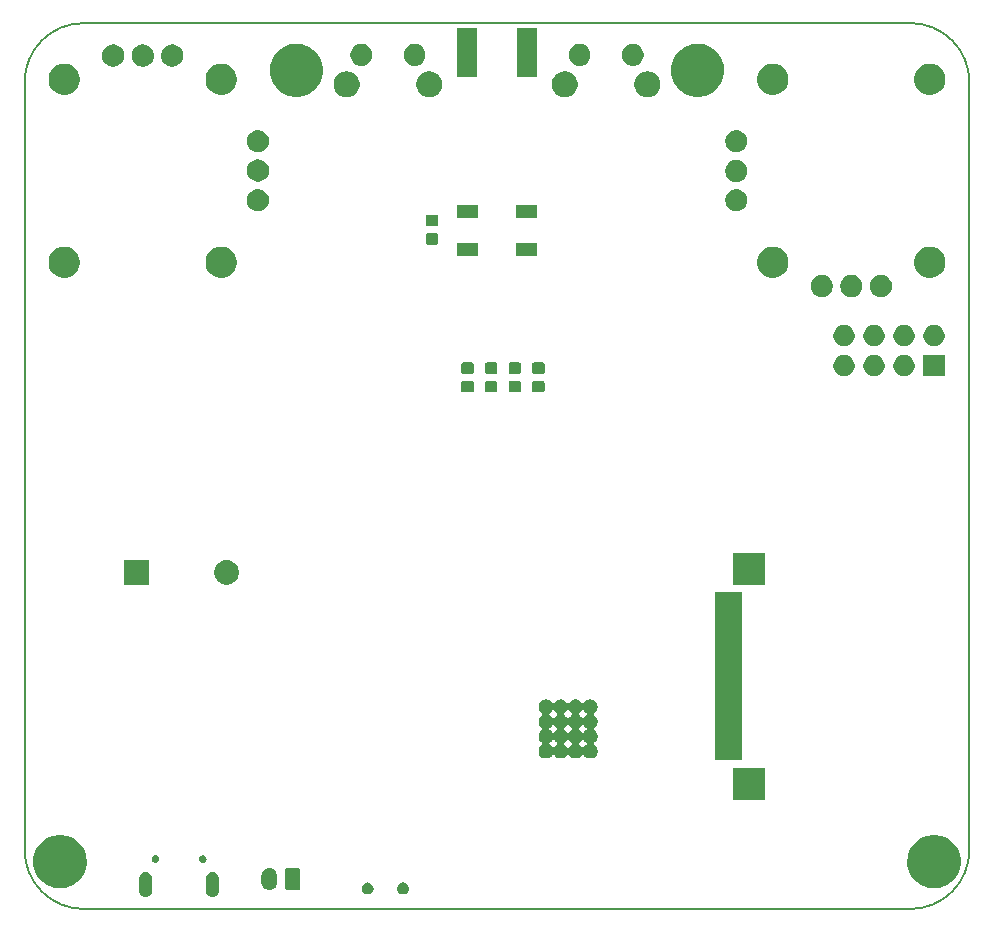
<source format=gbr>
%TF.GenerationSoftware,KiCad,Pcbnew,5.1.6-c6e7f7d~86~ubuntu20.04.1*%
%TF.CreationDate,2020-05-16T11:05:40+02:00*%
%TF.ProjectId,esp32_radio,65737033-325f-4726-9164-696f2e6b6963,V0.1*%
%TF.SameCoordinates,Original*%
%TF.FileFunction,Soldermask,Bot*%
%TF.FilePolarity,Negative*%
%FSLAX46Y46*%
G04 Gerber Fmt 4.6, Leading zero omitted, Abs format (unit mm)*
G04 Created by KiCad (PCBNEW 5.1.6-c6e7f7d~86~ubuntu20.04.1) date 2020-05-16 11:05:40*
%MOMM*%
%LPD*%
G01*
G04 APERTURE LIST*
%TA.AperFunction,Profile*%
%ADD10C,0.150000*%
%TD*%
%ADD11C,0.100000*%
G04 APERTURE END LIST*
D10*
X107188000Y-109088000D02*
G75*
G03*
X112188000Y-114088000I5000000J0D01*
G01*
X182188000Y-114088000D02*
G75*
G03*
X187188000Y-109088000I0J5000000D01*
G01*
X187188000Y-44088000D02*
G75*
G03*
X182188000Y-39088000I-5000000J0D01*
G01*
X112188000Y-39088000D02*
G75*
G03*
X107188000Y-44088000I0J-5000000D01*
G01*
X182188000Y-39088000D02*
X112188000Y-39088000D01*
X187188000Y-109088000D02*
X187188000Y-44088000D01*
X112188000Y-114088000D02*
X182188000Y-114088000D01*
X107188000Y-44088000D02*
X107188000Y-109088000D01*
D11*
G36*
X123201975Y-110971170D02*
G01*
X123305801Y-111002665D01*
X123401489Y-111053811D01*
X123485359Y-111122641D01*
X123554189Y-111206511D01*
X123605335Y-111302198D01*
X123636830Y-111406024D01*
X123644800Y-111486943D01*
X123644800Y-112541057D01*
X123636830Y-112621976D01*
X123605335Y-112725802D01*
X123554189Y-112821489D01*
X123485359Y-112905359D01*
X123401489Y-112974189D01*
X123305802Y-113025335D01*
X123201976Y-113056830D01*
X123094000Y-113067465D01*
X122986025Y-113056830D01*
X122882199Y-113025335D01*
X122786512Y-112974189D01*
X122702642Y-112905359D01*
X122633812Y-112821489D01*
X122582666Y-112725802D01*
X122551171Y-112621976D01*
X122543201Y-112541057D01*
X122543200Y-111486944D01*
X122551170Y-111406025D01*
X122582665Y-111302199D01*
X122633811Y-111206511D01*
X122702641Y-111122641D01*
X122786511Y-111053811D01*
X122882198Y-111002665D01*
X122986024Y-110971170D01*
X123094000Y-110960535D01*
X123201975Y-110971170D01*
G37*
G36*
X117551975Y-110971170D02*
G01*
X117655801Y-111002665D01*
X117751489Y-111053811D01*
X117835359Y-111122641D01*
X117904189Y-111206511D01*
X117955335Y-111302198D01*
X117986830Y-111406024D01*
X117994800Y-111486943D01*
X117994800Y-112541057D01*
X117986830Y-112621976D01*
X117955335Y-112725802D01*
X117904189Y-112821489D01*
X117835359Y-112905359D01*
X117751489Y-112974189D01*
X117655802Y-113025335D01*
X117551976Y-113056830D01*
X117444000Y-113067465D01*
X117336025Y-113056830D01*
X117232199Y-113025335D01*
X117136512Y-112974189D01*
X117052642Y-112905359D01*
X116983812Y-112821489D01*
X116932666Y-112725802D01*
X116901171Y-112621976D01*
X116893201Y-112541057D01*
X116893200Y-111486944D01*
X116901170Y-111406025D01*
X116932665Y-111302199D01*
X116983811Y-111206511D01*
X117052641Y-111122641D01*
X117136511Y-111053811D01*
X117232198Y-111002665D01*
X117336024Y-110971170D01*
X117444000Y-110960535D01*
X117551975Y-110971170D01*
G37*
G36*
X136377577Y-111862445D02*
G01*
X136468716Y-111900196D01*
X136468718Y-111900197D01*
X136550741Y-111955003D01*
X136620497Y-112024759D01*
X136675304Y-112106784D01*
X136713055Y-112197923D01*
X136732300Y-112294674D01*
X136732300Y-112393326D01*
X136713055Y-112490077D01*
X136691941Y-112541051D01*
X136675303Y-112581218D01*
X136620497Y-112663241D01*
X136550741Y-112732997D01*
X136468718Y-112787803D01*
X136468717Y-112787804D01*
X136468716Y-112787804D01*
X136377577Y-112825555D01*
X136280826Y-112844800D01*
X136182174Y-112844800D01*
X136085423Y-112825555D01*
X135994284Y-112787804D01*
X135994283Y-112787804D01*
X135994282Y-112787803D01*
X135912259Y-112732997D01*
X135842503Y-112663241D01*
X135787697Y-112581218D01*
X135771059Y-112541051D01*
X135749945Y-112490077D01*
X135730700Y-112393326D01*
X135730700Y-112294674D01*
X135749945Y-112197923D01*
X135787696Y-112106784D01*
X135842503Y-112024759D01*
X135912259Y-111955003D01*
X135994282Y-111900197D01*
X135994284Y-111900196D01*
X136085423Y-111862445D01*
X136182174Y-111843200D01*
X136280826Y-111843200D01*
X136377577Y-111862445D01*
G37*
G36*
X139377577Y-111862445D02*
G01*
X139468716Y-111900196D01*
X139468718Y-111900197D01*
X139550741Y-111955003D01*
X139620497Y-112024759D01*
X139675304Y-112106784D01*
X139713055Y-112197923D01*
X139732300Y-112294674D01*
X139732300Y-112393326D01*
X139713055Y-112490077D01*
X139691941Y-112541051D01*
X139675303Y-112581218D01*
X139620497Y-112663241D01*
X139550741Y-112732997D01*
X139468718Y-112787803D01*
X139468717Y-112787804D01*
X139468716Y-112787804D01*
X139377577Y-112825555D01*
X139280826Y-112844800D01*
X139182174Y-112844800D01*
X139085423Y-112825555D01*
X138994284Y-112787804D01*
X138994283Y-112787804D01*
X138994282Y-112787803D01*
X138912259Y-112732997D01*
X138842503Y-112663241D01*
X138787697Y-112581218D01*
X138771059Y-112541051D01*
X138749945Y-112490077D01*
X138730700Y-112393326D01*
X138730700Y-112294674D01*
X138749945Y-112197923D01*
X138787696Y-112106784D01*
X138842503Y-112024759D01*
X138912259Y-111955003D01*
X138994282Y-111900197D01*
X138994284Y-111900196D01*
X139085423Y-111862445D01*
X139182174Y-111843200D01*
X139280826Y-111843200D01*
X139377577Y-111862445D01*
G37*
G36*
X128023179Y-110640417D02*
G01*
X128103933Y-110664914D01*
X128145858Y-110677632D01*
X128258913Y-110738061D01*
X128358012Y-110819388D01*
X128439339Y-110918487D01*
X128499768Y-111031542D01*
X128499769Y-111031545D01*
X128536983Y-111154221D01*
X128546400Y-111249837D01*
X128546400Y-111863763D01*
X128536983Y-111959379D01*
X128517150Y-112024759D01*
X128499768Y-112082058D01*
X128439339Y-112195113D01*
X128358012Y-112294211D01*
X128258912Y-112375539D01*
X128145857Y-112435968D01*
X128145854Y-112435969D01*
X128023178Y-112473183D01*
X127895600Y-112485748D01*
X127768021Y-112473183D01*
X127645345Y-112435969D01*
X127645342Y-112435968D01*
X127532287Y-112375539D01*
X127433189Y-112294212D01*
X127351861Y-112195112D01*
X127291432Y-112082057D01*
X127291431Y-112082054D01*
X127254217Y-111959378D01*
X127244800Y-111863762D01*
X127244800Y-111249837D01*
X127254217Y-111154221D01*
X127279026Y-111072437D01*
X127291431Y-111031544D01*
X127329386Y-110960536D01*
X127351862Y-110918486D01*
X127365256Y-110902166D01*
X127433189Y-110819388D01*
X127532288Y-110738061D01*
X127645343Y-110677632D01*
X127687268Y-110664914D01*
X127768022Y-110640417D01*
X127895600Y-110627852D01*
X128023179Y-110640417D01*
G37*
G36*
X130386710Y-110635402D02*
G01*
X130423784Y-110646649D01*
X130457957Y-110664914D01*
X130487907Y-110689493D01*
X130512486Y-110719443D01*
X130530751Y-110753616D01*
X130541998Y-110790690D01*
X130546400Y-110835390D01*
X130546400Y-112278210D01*
X130541998Y-112322910D01*
X130530751Y-112359984D01*
X130512486Y-112394157D01*
X130487907Y-112424107D01*
X130457957Y-112448686D01*
X130423784Y-112466951D01*
X130386710Y-112478198D01*
X130342010Y-112482600D01*
X129449190Y-112482600D01*
X129404490Y-112478198D01*
X129367416Y-112466951D01*
X129333243Y-112448686D01*
X129303293Y-112424107D01*
X129278714Y-112394157D01*
X129260449Y-112359984D01*
X129249202Y-112322910D01*
X129244800Y-112278210D01*
X129244800Y-110835390D01*
X129249202Y-110790690D01*
X129260449Y-110753616D01*
X129278714Y-110719443D01*
X129303293Y-110689493D01*
X129333243Y-110664914D01*
X129367416Y-110646649D01*
X129404490Y-110635402D01*
X129449190Y-110631000D01*
X130342010Y-110631000D01*
X130386710Y-110635402D01*
G37*
G36*
X110699584Y-107894865D02*
G01*
X110844534Y-107923697D01*
X111254154Y-108093367D01*
X111622802Y-108339689D01*
X111936311Y-108653198D01*
X112182633Y-109021846D01*
X112352303Y-109431466D01*
X112352303Y-109431467D01*
X112431957Y-109831910D01*
X112438800Y-109866316D01*
X112438800Y-110309684D01*
X112352303Y-110744534D01*
X112182633Y-111154154D01*
X111936311Y-111522802D01*
X111622802Y-111836311D01*
X111254154Y-112082633D01*
X110844534Y-112252303D01*
X110714291Y-112278210D01*
X110409686Y-112338800D01*
X109966314Y-112338800D01*
X109661709Y-112278210D01*
X109531466Y-112252303D01*
X109121846Y-112082633D01*
X108753198Y-111836311D01*
X108439689Y-111522802D01*
X108193367Y-111154154D01*
X108023697Y-110744534D01*
X107937200Y-110309684D01*
X107937200Y-109866316D01*
X107944044Y-109831910D01*
X108023697Y-109431467D01*
X108023697Y-109431466D01*
X108193367Y-109021846D01*
X108439689Y-108653198D01*
X108753198Y-108339689D01*
X109121846Y-108093367D01*
X109531466Y-107923697D01*
X109676416Y-107894865D01*
X109966314Y-107837200D01*
X110409686Y-107837200D01*
X110699584Y-107894865D01*
G37*
G36*
X184699584Y-107894865D02*
G01*
X184844534Y-107923697D01*
X185254154Y-108093367D01*
X185622802Y-108339689D01*
X185936311Y-108653198D01*
X186182633Y-109021846D01*
X186352303Y-109431466D01*
X186352303Y-109431467D01*
X186431957Y-109831910D01*
X186438800Y-109866316D01*
X186438800Y-110309684D01*
X186352303Y-110744534D01*
X186182633Y-111154154D01*
X185936311Y-111522802D01*
X185622802Y-111836311D01*
X185254154Y-112082633D01*
X184844534Y-112252303D01*
X184714291Y-112278210D01*
X184409686Y-112338800D01*
X183966314Y-112338800D01*
X183661709Y-112278210D01*
X183531466Y-112252303D01*
X183121846Y-112082633D01*
X182753198Y-111836311D01*
X182439689Y-111522802D01*
X182193367Y-111154154D01*
X182023697Y-110744534D01*
X181937200Y-110309684D01*
X181937200Y-109866316D01*
X181944044Y-109831910D01*
X182023697Y-109431467D01*
X182023697Y-109431466D01*
X182193367Y-109021846D01*
X182439689Y-108653198D01*
X182753198Y-108339689D01*
X183121846Y-108093367D01*
X183531466Y-107923697D01*
X183676416Y-107894865D01*
X183966314Y-107837200D01*
X184409686Y-107837200D01*
X184699584Y-107894865D01*
G37*
G36*
X118364031Y-109550720D02*
G01*
X118423326Y-109575281D01*
X118476680Y-109610931D01*
X118476682Y-109610933D01*
X118476685Y-109610935D01*
X118522065Y-109656315D01*
X118522067Y-109656318D01*
X118522069Y-109656320D01*
X118557719Y-109709674D01*
X118582280Y-109768969D01*
X118594800Y-109831910D01*
X118594800Y-109896090D01*
X118582280Y-109959031D01*
X118557719Y-110018326D01*
X118522069Y-110071680D01*
X118522067Y-110071682D01*
X118522065Y-110071685D01*
X118476685Y-110117065D01*
X118476682Y-110117067D01*
X118476680Y-110117069D01*
X118423326Y-110152719D01*
X118364031Y-110177280D01*
X118301090Y-110189800D01*
X118236910Y-110189800D01*
X118173969Y-110177280D01*
X118114674Y-110152719D01*
X118061320Y-110117069D01*
X118061318Y-110117067D01*
X118061315Y-110117065D01*
X118015935Y-110071685D01*
X118015933Y-110071682D01*
X118015931Y-110071680D01*
X117980281Y-110018326D01*
X117955720Y-109959031D01*
X117943200Y-109896090D01*
X117943200Y-109831910D01*
X117955720Y-109768969D01*
X117980281Y-109709674D01*
X118015931Y-109656320D01*
X118015933Y-109656318D01*
X118015935Y-109656315D01*
X118061315Y-109610935D01*
X118061318Y-109610933D01*
X118061320Y-109610931D01*
X118114674Y-109575281D01*
X118173969Y-109550720D01*
X118236910Y-109538200D01*
X118301090Y-109538200D01*
X118364031Y-109550720D01*
G37*
G36*
X122364031Y-109550720D02*
G01*
X122423326Y-109575281D01*
X122476680Y-109610931D01*
X122476682Y-109610933D01*
X122476685Y-109610935D01*
X122522065Y-109656315D01*
X122522067Y-109656318D01*
X122522069Y-109656320D01*
X122557719Y-109709674D01*
X122582280Y-109768969D01*
X122594800Y-109831910D01*
X122594800Y-109896090D01*
X122582280Y-109959031D01*
X122557719Y-110018326D01*
X122522069Y-110071680D01*
X122522067Y-110071682D01*
X122522065Y-110071685D01*
X122476685Y-110117065D01*
X122476682Y-110117067D01*
X122476680Y-110117069D01*
X122423326Y-110152719D01*
X122364031Y-110177280D01*
X122301090Y-110189800D01*
X122236910Y-110189800D01*
X122173969Y-110177280D01*
X122114674Y-110152719D01*
X122061320Y-110117069D01*
X122061318Y-110117067D01*
X122061315Y-110117065D01*
X122015935Y-110071685D01*
X122015933Y-110071682D01*
X122015931Y-110071680D01*
X121980281Y-110018326D01*
X121955720Y-109959031D01*
X121943200Y-109896090D01*
X121943200Y-109831910D01*
X121955720Y-109768969D01*
X121980281Y-109709674D01*
X122015931Y-109656320D01*
X122015933Y-109656318D01*
X122015935Y-109656315D01*
X122061315Y-109610935D01*
X122061318Y-109610933D01*
X122061320Y-109610931D01*
X122114674Y-109575281D01*
X122173969Y-109550720D01*
X122236910Y-109538200D01*
X122301090Y-109538200D01*
X122364031Y-109550720D01*
G37*
G36*
X169838800Y-104838800D02*
G01*
X167137200Y-104838800D01*
X167137200Y-102137200D01*
X169838800Y-102137200D01*
X169838800Y-104838800D01*
G37*
G36*
X167938800Y-101488800D02*
G01*
X165637200Y-101488800D01*
X165637200Y-87287200D01*
X167938800Y-87287200D01*
X167938800Y-101488800D01*
G37*
G36*
X151510541Y-96366249D02*
G01*
X151624425Y-96413421D01*
X151726924Y-96481909D01*
X151814091Y-96569076D01*
X151849067Y-96621421D01*
X151864612Y-96640363D01*
X151883554Y-96655908D01*
X151905165Y-96667459D01*
X151928614Y-96674572D01*
X151953000Y-96676974D01*
X151977386Y-96674572D01*
X152000835Y-96667459D01*
X152022446Y-96655908D01*
X152041388Y-96640363D01*
X152056933Y-96621421D01*
X152091909Y-96569076D01*
X152179076Y-96481909D01*
X152281575Y-96413421D01*
X152395459Y-96366249D01*
X152516363Y-96342200D01*
X152639637Y-96342200D01*
X152760541Y-96366249D01*
X152874425Y-96413421D01*
X152976924Y-96481909D01*
X153064091Y-96569076D01*
X153099067Y-96621421D01*
X153114612Y-96640363D01*
X153133554Y-96655908D01*
X153155165Y-96667459D01*
X153178614Y-96674572D01*
X153203000Y-96676974D01*
X153227386Y-96674572D01*
X153250835Y-96667459D01*
X153272446Y-96655908D01*
X153291388Y-96640363D01*
X153306933Y-96621421D01*
X153341909Y-96569076D01*
X153429076Y-96481909D01*
X153531575Y-96413421D01*
X153645459Y-96366249D01*
X153766363Y-96342200D01*
X153889637Y-96342200D01*
X154010541Y-96366249D01*
X154124425Y-96413421D01*
X154226924Y-96481909D01*
X154314091Y-96569076D01*
X154349067Y-96621421D01*
X154364612Y-96640363D01*
X154383554Y-96655908D01*
X154405165Y-96667459D01*
X154428614Y-96674572D01*
X154453000Y-96676974D01*
X154477386Y-96674572D01*
X154500835Y-96667459D01*
X154522446Y-96655908D01*
X154541388Y-96640363D01*
X154556933Y-96621421D01*
X154591909Y-96569076D01*
X154679076Y-96481909D01*
X154781575Y-96413421D01*
X154895459Y-96366249D01*
X155016363Y-96342200D01*
X155139637Y-96342200D01*
X155260541Y-96366249D01*
X155374425Y-96413421D01*
X155476924Y-96481909D01*
X155564091Y-96569076D01*
X155632579Y-96671575D01*
X155679751Y-96785459D01*
X155703800Y-96906363D01*
X155703800Y-97029637D01*
X155679751Y-97150541D01*
X155632579Y-97264425D01*
X155564091Y-97366924D01*
X155476924Y-97454091D01*
X155424579Y-97489067D01*
X155405637Y-97504612D01*
X155390092Y-97523554D01*
X155378541Y-97545165D01*
X155371428Y-97568614D01*
X155369026Y-97593000D01*
X155371428Y-97617386D01*
X155378541Y-97640835D01*
X155390092Y-97662446D01*
X155405637Y-97681388D01*
X155424579Y-97696933D01*
X155476924Y-97731909D01*
X155564091Y-97819076D01*
X155632579Y-97921575D01*
X155679751Y-98035459D01*
X155703800Y-98156363D01*
X155703800Y-98279637D01*
X155679751Y-98400541D01*
X155632579Y-98514425D01*
X155564091Y-98616924D01*
X155476924Y-98704091D01*
X155424579Y-98739067D01*
X155405637Y-98754612D01*
X155390092Y-98773554D01*
X155378541Y-98795165D01*
X155371428Y-98818614D01*
X155369026Y-98843000D01*
X155371428Y-98867386D01*
X155378541Y-98890835D01*
X155390092Y-98912446D01*
X155405637Y-98931388D01*
X155424579Y-98946933D01*
X155476924Y-98981909D01*
X155564091Y-99069076D01*
X155632579Y-99171575D01*
X155679751Y-99285459D01*
X155703800Y-99406363D01*
X155703800Y-99529637D01*
X155679751Y-99650541D01*
X155632579Y-99764425D01*
X155564091Y-99866924D01*
X155476924Y-99954091D01*
X155424579Y-99989067D01*
X155405637Y-100004612D01*
X155390092Y-100023554D01*
X155378541Y-100045165D01*
X155371428Y-100068614D01*
X155369026Y-100093000D01*
X155371428Y-100117386D01*
X155378541Y-100140835D01*
X155390092Y-100162446D01*
X155405637Y-100181388D01*
X155424579Y-100196933D01*
X155476924Y-100231909D01*
X155564091Y-100319076D01*
X155632579Y-100421575D01*
X155679751Y-100535459D01*
X155703800Y-100656363D01*
X155703800Y-100779637D01*
X155679751Y-100900541D01*
X155632579Y-101014425D01*
X155564091Y-101116924D01*
X155476924Y-101204091D01*
X155374425Y-101272579D01*
X155260541Y-101319751D01*
X155139637Y-101343800D01*
X155016363Y-101343800D01*
X154895459Y-101319751D01*
X154781575Y-101272579D01*
X154679076Y-101204091D01*
X154591909Y-101116924D01*
X154556933Y-101064579D01*
X154541388Y-101045637D01*
X154522446Y-101030092D01*
X154500835Y-101018541D01*
X154477386Y-101011428D01*
X154453000Y-101009026D01*
X154428614Y-101011428D01*
X154405165Y-101018541D01*
X154383554Y-101030092D01*
X154364612Y-101045637D01*
X154349067Y-101064579D01*
X154314091Y-101116924D01*
X154226924Y-101204091D01*
X154124425Y-101272579D01*
X154010541Y-101319751D01*
X153889637Y-101343800D01*
X153766363Y-101343800D01*
X153645459Y-101319751D01*
X153531575Y-101272579D01*
X153429076Y-101204091D01*
X153341909Y-101116924D01*
X153306933Y-101064579D01*
X153291388Y-101045637D01*
X153272446Y-101030092D01*
X153250835Y-101018541D01*
X153227386Y-101011428D01*
X153203000Y-101009026D01*
X153178614Y-101011428D01*
X153155165Y-101018541D01*
X153133554Y-101030092D01*
X153114612Y-101045637D01*
X153099067Y-101064579D01*
X153064091Y-101116924D01*
X152976924Y-101204091D01*
X152874425Y-101272579D01*
X152760541Y-101319751D01*
X152639637Y-101343800D01*
X152516363Y-101343800D01*
X152395459Y-101319751D01*
X152281575Y-101272579D01*
X152179076Y-101204091D01*
X152091909Y-101116924D01*
X152056933Y-101064579D01*
X152041388Y-101045637D01*
X152022446Y-101030092D01*
X152000835Y-101018541D01*
X151977386Y-101011428D01*
X151953000Y-101009026D01*
X151928614Y-101011428D01*
X151905165Y-101018541D01*
X151883554Y-101030092D01*
X151864612Y-101045637D01*
X151849067Y-101064579D01*
X151814091Y-101116924D01*
X151726924Y-101204091D01*
X151624425Y-101272579D01*
X151510541Y-101319751D01*
X151389637Y-101343800D01*
X151266363Y-101343800D01*
X151145459Y-101319751D01*
X151031575Y-101272579D01*
X150929076Y-101204091D01*
X150841909Y-101116924D01*
X150773421Y-101014425D01*
X150726249Y-100900541D01*
X150702200Y-100779637D01*
X150702200Y-100656363D01*
X150726249Y-100535459D01*
X150773421Y-100421575D01*
X150841909Y-100319076D01*
X150929076Y-100231909D01*
X150981421Y-100196933D01*
X151000363Y-100181388D01*
X151015908Y-100162446D01*
X151027459Y-100140835D01*
X151034572Y-100117386D01*
X151036974Y-100093000D01*
X151619026Y-100093000D01*
X151621428Y-100117386D01*
X151628541Y-100140835D01*
X151640092Y-100162446D01*
X151655637Y-100181388D01*
X151674579Y-100196933D01*
X151726924Y-100231909D01*
X151814091Y-100319076D01*
X151849067Y-100371421D01*
X151864612Y-100390363D01*
X151883554Y-100405908D01*
X151905165Y-100417459D01*
X151928614Y-100424572D01*
X151953000Y-100426974D01*
X151977386Y-100424572D01*
X152000835Y-100417459D01*
X152022446Y-100405908D01*
X152041388Y-100390363D01*
X152056933Y-100371421D01*
X152091909Y-100319076D01*
X152179076Y-100231909D01*
X152231421Y-100196933D01*
X152250363Y-100181388D01*
X152265908Y-100162446D01*
X152277459Y-100140835D01*
X152284572Y-100117386D01*
X152286974Y-100093000D01*
X152869026Y-100093000D01*
X152871428Y-100117386D01*
X152878541Y-100140835D01*
X152890092Y-100162446D01*
X152905637Y-100181388D01*
X152924579Y-100196933D01*
X152976924Y-100231909D01*
X153064091Y-100319076D01*
X153099067Y-100371421D01*
X153114612Y-100390363D01*
X153133554Y-100405908D01*
X153155165Y-100417459D01*
X153178614Y-100424572D01*
X153203000Y-100426974D01*
X153227386Y-100424572D01*
X153250835Y-100417459D01*
X153272446Y-100405908D01*
X153291388Y-100390363D01*
X153306933Y-100371421D01*
X153341909Y-100319076D01*
X153429076Y-100231909D01*
X153481421Y-100196933D01*
X153500363Y-100181388D01*
X153515908Y-100162446D01*
X153527459Y-100140835D01*
X153534572Y-100117386D01*
X153536974Y-100093000D01*
X154119026Y-100093000D01*
X154121428Y-100117386D01*
X154128541Y-100140835D01*
X154140092Y-100162446D01*
X154155637Y-100181388D01*
X154174579Y-100196933D01*
X154226924Y-100231909D01*
X154314091Y-100319076D01*
X154349067Y-100371421D01*
X154364612Y-100390363D01*
X154383554Y-100405908D01*
X154405165Y-100417459D01*
X154428614Y-100424572D01*
X154453000Y-100426974D01*
X154477386Y-100424572D01*
X154500835Y-100417459D01*
X154522446Y-100405908D01*
X154541388Y-100390363D01*
X154556933Y-100371421D01*
X154591909Y-100319076D01*
X154679076Y-100231909D01*
X154731421Y-100196933D01*
X154750363Y-100181388D01*
X154765908Y-100162446D01*
X154777459Y-100140835D01*
X154784572Y-100117386D01*
X154786974Y-100093000D01*
X154784572Y-100068614D01*
X154777459Y-100045165D01*
X154765908Y-100023554D01*
X154750363Y-100004612D01*
X154731421Y-99989067D01*
X154679076Y-99954091D01*
X154591909Y-99866924D01*
X154556933Y-99814579D01*
X154541388Y-99795637D01*
X154522446Y-99780092D01*
X154500835Y-99768541D01*
X154477386Y-99761428D01*
X154453000Y-99759026D01*
X154428614Y-99761428D01*
X154405165Y-99768541D01*
X154383554Y-99780092D01*
X154364612Y-99795637D01*
X154349067Y-99814579D01*
X154314091Y-99866924D01*
X154226924Y-99954091D01*
X154174579Y-99989067D01*
X154155637Y-100004612D01*
X154140092Y-100023554D01*
X154128541Y-100045165D01*
X154121428Y-100068614D01*
X154119026Y-100093000D01*
X153536974Y-100093000D01*
X153534572Y-100068614D01*
X153527459Y-100045165D01*
X153515908Y-100023554D01*
X153500363Y-100004612D01*
X153481421Y-99989067D01*
X153429076Y-99954091D01*
X153341909Y-99866924D01*
X153306933Y-99814579D01*
X153291388Y-99795637D01*
X153272446Y-99780092D01*
X153250835Y-99768541D01*
X153227386Y-99761428D01*
X153203000Y-99759026D01*
X153178614Y-99761428D01*
X153155165Y-99768541D01*
X153133554Y-99780092D01*
X153114612Y-99795637D01*
X153099067Y-99814579D01*
X153064091Y-99866924D01*
X152976924Y-99954091D01*
X152924579Y-99989067D01*
X152905637Y-100004612D01*
X152890092Y-100023554D01*
X152878541Y-100045165D01*
X152871428Y-100068614D01*
X152869026Y-100093000D01*
X152286974Y-100093000D01*
X152284572Y-100068614D01*
X152277459Y-100045165D01*
X152265908Y-100023554D01*
X152250363Y-100004612D01*
X152231421Y-99989067D01*
X152179076Y-99954091D01*
X152091909Y-99866924D01*
X152056933Y-99814579D01*
X152041388Y-99795637D01*
X152022446Y-99780092D01*
X152000835Y-99768541D01*
X151977386Y-99761428D01*
X151953000Y-99759026D01*
X151928614Y-99761428D01*
X151905165Y-99768541D01*
X151883554Y-99780092D01*
X151864612Y-99795637D01*
X151849067Y-99814579D01*
X151814091Y-99866924D01*
X151726924Y-99954091D01*
X151674579Y-99989067D01*
X151655637Y-100004612D01*
X151640092Y-100023554D01*
X151628541Y-100045165D01*
X151621428Y-100068614D01*
X151619026Y-100093000D01*
X151036974Y-100093000D01*
X151034572Y-100068614D01*
X151027459Y-100045165D01*
X151015908Y-100023554D01*
X151000363Y-100004612D01*
X150981421Y-99989067D01*
X150929076Y-99954091D01*
X150841909Y-99866924D01*
X150773421Y-99764425D01*
X150726249Y-99650541D01*
X150702200Y-99529637D01*
X150702200Y-99406363D01*
X150726249Y-99285459D01*
X150773421Y-99171575D01*
X150841909Y-99069076D01*
X150929076Y-98981909D01*
X150981421Y-98946933D01*
X151000363Y-98931388D01*
X151015908Y-98912446D01*
X151027459Y-98890835D01*
X151034572Y-98867386D01*
X151036974Y-98843000D01*
X151619026Y-98843000D01*
X151621428Y-98867386D01*
X151628541Y-98890835D01*
X151640092Y-98912446D01*
X151655637Y-98931388D01*
X151674579Y-98946933D01*
X151726924Y-98981909D01*
X151814091Y-99069076D01*
X151849067Y-99121421D01*
X151864612Y-99140363D01*
X151883554Y-99155908D01*
X151905165Y-99167459D01*
X151928614Y-99174572D01*
X151953000Y-99176974D01*
X151977386Y-99174572D01*
X152000835Y-99167459D01*
X152022446Y-99155908D01*
X152041388Y-99140363D01*
X152056933Y-99121421D01*
X152091909Y-99069076D01*
X152179076Y-98981909D01*
X152231421Y-98946933D01*
X152250363Y-98931388D01*
X152265908Y-98912446D01*
X152277459Y-98890835D01*
X152284572Y-98867386D01*
X152286974Y-98843000D01*
X152869026Y-98843000D01*
X152871428Y-98867386D01*
X152878541Y-98890835D01*
X152890092Y-98912446D01*
X152905637Y-98931388D01*
X152924579Y-98946933D01*
X152976924Y-98981909D01*
X153064091Y-99069076D01*
X153099067Y-99121421D01*
X153114612Y-99140363D01*
X153133554Y-99155908D01*
X153155165Y-99167459D01*
X153178614Y-99174572D01*
X153203000Y-99176974D01*
X153227386Y-99174572D01*
X153250835Y-99167459D01*
X153272446Y-99155908D01*
X153291388Y-99140363D01*
X153306933Y-99121421D01*
X153341909Y-99069076D01*
X153429076Y-98981909D01*
X153481421Y-98946933D01*
X153500363Y-98931388D01*
X153515908Y-98912446D01*
X153527459Y-98890835D01*
X153534572Y-98867386D01*
X153536974Y-98843000D01*
X154119026Y-98843000D01*
X154121428Y-98867386D01*
X154128541Y-98890835D01*
X154140092Y-98912446D01*
X154155637Y-98931388D01*
X154174579Y-98946933D01*
X154226924Y-98981909D01*
X154314091Y-99069076D01*
X154349067Y-99121421D01*
X154364612Y-99140363D01*
X154383554Y-99155908D01*
X154405165Y-99167459D01*
X154428614Y-99174572D01*
X154453000Y-99176974D01*
X154477386Y-99174572D01*
X154500835Y-99167459D01*
X154522446Y-99155908D01*
X154541388Y-99140363D01*
X154556933Y-99121421D01*
X154591909Y-99069076D01*
X154679076Y-98981909D01*
X154731421Y-98946933D01*
X154750363Y-98931388D01*
X154765908Y-98912446D01*
X154777459Y-98890835D01*
X154784572Y-98867386D01*
X154786974Y-98843000D01*
X154784572Y-98818614D01*
X154777459Y-98795165D01*
X154765908Y-98773554D01*
X154750363Y-98754612D01*
X154731421Y-98739067D01*
X154679076Y-98704091D01*
X154591909Y-98616924D01*
X154556933Y-98564579D01*
X154541388Y-98545637D01*
X154522446Y-98530092D01*
X154500835Y-98518541D01*
X154477386Y-98511428D01*
X154453000Y-98509026D01*
X154428614Y-98511428D01*
X154405165Y-98518541D01*
X154383554Y-98530092D01*
X154364612Y-98545637D01*
X154349067Y-98564579D01*
X154314091Y-98616924D01*
X154226924Y-98704091D01*
X154174579Y-98739067D01*
X154155637Y-98754612D01*
X154140092Y-98773554D01*
X154128541Y-98795165D01*
X154121428Y-98818614D01*
X154119026Y-98843000D01*
X153536974Y-98843000D01*
X153534572Y-98818614D01*
X153527459Y-98795165D01*
X153515908Y-98773554D01*
X153500363Y-98754612D01*
X153481421Y-98739067D01*
X153429076Y-98704091D01*
X153341909Y-98616924D01*
X153306933Y-98564579D01*
X153291388Y-98545637D01*
X153272446Y-98530092D01*
X153250835Y-98518541D01*
X153227386Y-98511428D01*
X153203000Y-98509026D01*
X153178614Y-98511428D01*
X153155165Y-98518541D01*
X153133554Y-98530092D01*
X153114612Y-98545637D01*
X153099067Y-98564579D01*
X153064091Y-98616924D01*
X152976924Y-98704091D01*
X152924579Y-98739067D01*
X152905637Y-98754612D01*
X152890092Y-98773554D01*
X152878541Y-98795165D01*
X152871428Y-98818614D01*
X152869026Y-98843000D01*
X152286974Y-98843000D01*
X152284572Y-98818614D01*
X152277459Y-98795165D01*
X152265908Y-98773554D01*
X152250363Y-98754612D01*
X152231421Y-98739067D01*
X152179076Y-98704091D01*
X152091909Y-98616924D01*
X152056933Y-98564579D01*
X152041388Y-98545637D01*
X152022446Y-98530092D01*
X152000835Y-98518541D01*
X151977386Y-98511428D01*
X151953000Y-98509026D01*
X151928614Y-98511428D01*
X151905165Y-98518541D01*
X151883554Y-98530092D01*
X151864612Y-98545637D01*
X151849067Y-98564579D01*
X151814091Y-98616924D01*
X151726924Y-98704091D01*
X151674579Y-98739067D01*
X151655637Y-98754612D01*
X151640092Y-98773554D01*
X151628541Y-98795165D01*
X151621428Y-98818614D01*
X151619026Y-98843000D01*
X151036974Y-98843000D01*
X151034572Y-98818614D01*
X151027459Y-98795165D01*
X151015908Y-98773554D01*
X151000363Y-98754612D01*
X150981421Y-98739067D01*
X150929076Y-98704091D01*
X150841909Y-98616924D01*
X150773421Y-98514425D01*
X150726249Y-98400541D01*
X150702200Y-98279637D01*
X150702200Y-98156363D01*
X150726249Y-98035459D01*
X150773421Y-97921575D01*
X150841909Y-97819076D01*
X150929076Y-97731909D01*
X150981421Y-97696933D01*
X151000363Y-97681388D01*
X151015908Y-97662446D01*
X151027459Y-97640835D01*
X151034572Y-97617386D01*
X151036974Y-97593000D01*
X151619026Y-97593000D01*
X151621428Y-97617386D01*
X151628541Y-97640835D01*
X151640092Y-97662446D01*
X151655637Y-97681388D01*
X151674579Y-97696933D01*
X151726924Y-97731909D01*
X151814091Y-97819076D01*
X151849067Y-97871421D01*
X151864612Y-97890363D01*
X151883554Y-97905908D01*
X151905165Y-97917459D01*
X151928614Y-97924572D01*
X151953000Y-97926974D01*
X151977386Y-97924572D01*
X152000835Y-97917459D01*
X152022446Y-97905908D01*
X152041388Y-97890363D01*
X152056933Y-97871421D01*
X152091909Y-97819076D01*
X152179076Y-97731909D01*
X152231421Y-97696933D01*
X152250363Y-97681388D01*
X152265908Y-97662446D01*
X152277459Y-97640835D01*
X152284572Y-97617386D01*
X152286974Y-97593000D01*
X152869026Y-97593000D01*
X152871428Y-97617386D01*
X152878541Y-97640835D01*
X152890092Y-97662446D01*
X152905637Y-97681388D01*
X152924579Y-97696933D01*
X152976924Y-97731909D01*
X153064091Y-97819076D01*
X153099067Y-97871421D01*
X153114612Y-97890363D01*
X153133554Y-97905908D01*
X153155165Y-97917459D01*
X153178614Y-97924572D01*
X153203000Y-97926974D01*
X153227386Y-97924572D01*
X153250835Y-97917459D01*
X153272446Y-97905908D01*
X153291388Y-97890363D01*
X153306933Y-97871421D01*
X153341909Y-97819076D01*
X153429076Y-97731909D01*
X153481421Y-97696933D01*
X153500363Y-97681388D01*
X153515908Y-97662446D01*
X153527459Y-97640835D01*
X153534572Y-97617386D01*
X153536974Y-97593000D01*
X154119026Y-97593000D01*
X154121428Y-97617386D01*
X154128541Y-97640835D01*
X154140092Y-97662446D01*
X154155637Y-97681388D01*
X154174579Y-97696933D01*
X154226924Y-97731909D01*
X154314091Y-97819076D01*
X154349067Y-97871421D01*
X154364612Y-97890363D01*
X154383554Y-97905908D01*
X154405165Y-97917459D01*
X154428614Y-97924572D01*
X154453000Y-97926974D01*
X154477386Y-97924572D01*
X154500835Y-97917459D01*
X154522446Y-97905908D01*
X154541388Y-97890363D01*
X154556933Y-97871421D01*
X154591909Y-97819076D01*
X154679076Y-97731909D01*
X154731421Y-97696933D01*
X154750363Y-97681388D01*
X154765908Y-97662446D01*
X154777459Y-97640835D01*
X154784572Y-97617386D01*
X154786974Y-97593000D01*
X154784572Y-97568614D01*
X154777459Y-97545165D01*
X154765908Y-97523554D01*
X154750363Y-97504612D01*
X154731421Y-97489067D01*
X154679076Y-97454091D01*
X154591909Y-97366924D01*
X154556933Y-97314579D01*
X154541388Y-97295637D01*
X154522446Y-97280092D01*
X154500835Y-97268541D01*
X154477386Y-97261428D01*
X154453000Y-97259026D01*
X154428614Y-97261428D01*
X154405165Y-97268541D01*
X154383554Y-97280092D01*
X154364612Y-97295637D01*
X154349067Y-97314579D01*
X154314091Y-97366924D01*
X154226924Y-97454091D01*
X154174579Y-97489067D01*
X154155637Y-97504612D01*
X154140092Y-97523554D01*
X154128541Y-97545165D01*
X154121428Y-97568614D01*
X154119026Y-97593000D01*
X153536974Y-97593000D01*
X153534572Y-97568614D01*
X153527459Y-97545165D01*
X153515908Y-97523554D01*
X153500363Y-97504612D01*
X153481421Y-97489067D01*
X153429076Y-97454091D01*
X153341909Y-97366924D01*
X153306933Y-97314579D01*
X153291388Y-97295637D01*
X153272446Y-97280092D01*
X153250835Y-97268541D01*
X153227386Y-97261428D01*
X153203000Y-97259026D01*
X153178614Y-97261428D01*
X153155165Y-97268541D01*
X153133554Y-97280092D01*
X153114612Y-97295637D01*
X153099067Y-97314579D01*
X153064091Y-97366924D01*
X152976924Y-97454091D01*
X152924579Y-97489067D01*
X152905637Y-97504612D01*
X152890092Y-97523554D01*
X152878541Y-97545165D01*
X152871428Y-97568614D01*
X152869026Y-97593000D01*
X152286974Y-97593000D01*
X152284572Y-97568614D01*
X152277459Y-97545165D01*
X152265908Y-97523554D01*
X152250363Y-97504612D01*
X152231421Y-97489067D01*
X152179076Y-97454091D01*
X152091909Y-97366924D01*
X152056933Y-97314579D01*
X152041388Y-97295637D01*
X152022446Y-97280092D01*
X152000835Y-97268541D01*
X151977386Y-97261428D01*
X151953000Y-97259026D01*
X151928614Y-97261428D01*
X151905165Y-97268541D01*
X151883554Y-97280092D01*
X151864612Y-97295637D01*
X151849067Y-97314579D01*
X151814091Y-97366924D01*
X151726924Y-97454091D01*
X151674579Y-97489067D01*
X151655637Y-97504612D01*
X151640092Y-97523554D01*
X151628541Y-97545165D01*
X151621428Y-97568614D01*
X151619026Y-97593000D01*
X151036974Y-97593000D01*
X151034572Y-97568614D01*
X151027459Y-97545165D01*
X151015908Y-97523554D01*
X151000363Y-97504612D01*
X150981421Y-97489067D01*
X150929076Y-97454091D01*
X150841909Y-97366924D01*
X150773421Y-97264425D01*
X150726249Y-97150541D01*
X150702200Y-97029637D01*
X150702200Y-96906363D01*
X150726249Y-96785459D01*
X150773421Y-96671575D01*
X150841909Y-96569076D01*
X150929076Y-96481909D01*
X151031575Y-96413421D01*
X151145459Y-96366249D01*
X151266363Y-96342200D01*
X151389637Y-96342200D01*
X151510541Y-96366249D01*
G37*
G36*
X117738800Y-86638800D02*
G01*
X115637200Y-86638800D01*
X115637200Y-84537200D01*
X117738800Y-84537200D01*
X117738800Y-86638800D01*
G37*
G36*
X169838800Y-86638800D02*
G01*
X167137200Y-86638800D01*
X167137200Y-83937200D01*
X169838800Y-83937200D01*
X169838800Y-86638800D01*
G37*
G36*
X124594506Y-84577581D02*
G01*
X124706528Y-84623982D01*
X124785740Y-84656793D01*
X124957846Y-84771791D01*
X125104209Y-84918154D01*
X125219207Y-85090260D01*
X125219207Y-85090261D01*
X125298419Y-85281494D01*
X125338800Y-85484504D01*
X125338800Y-85691496D01*
X125298419Y-85894506D01*
X125252018Y-86006528D01*
X125219207Y-86085740D01*
X125104209Y-86257846D01*
X124957846Y-86404209D01*
X124785740Y-86519207D01*
X124706528Y-86552018D01*
X124594506Y-86598419D01*
X124391496Y-86638800D01*
X124184504Y-86638800D01*
X123981494Y-86598419D01*
X123869472Y-86552018D01*
X123790260Y-86519207D01*
X123618154Y-86404209D01*
X123471791Y-86257846D01*
X123356793Y-86085740D01*
X123323982Y-86006528D01*
X123277581Y-85894506D01*
X123237200Y-85691496D01*
X123237200Y-85484504D01*
X123277581Y-85281494D01*
X123356793Y-85090261D01*
X123356793Y-85090260D01*
X123471791Y-84918154D01*
X123618154Y-84771791D01*
X123790260Y-84656793D01*
X123869472Y-84623982D01*
X123981494Y-84577581D01*
X124184504Y-84537200D01*
X124391496Y-84537200D01*
X124594506Y-84577581D01*
G37*
G36*
X149067468Y-69391283D02*
G01*
X149101433Y-69401586D01*
X149132734Y-69418317D01*
X149160168Y-69440832D01*
X149182683Y-69468266D01*
X149199414Y-69499567D01*
X149209717Y-69533532D01*
X149213800Y-69574990D01*
X149213800Y-70176010D01*
X149209717Y-70217468D01*
X149199414Y-70251433D01*
X149182683Y-70282734D01*
X149160168Y-70310168D01*
X149132734Y-70332683D01*
X149101433Y-70349414D01*
X149067468Y-70359717D01*
X149026010Y-70363800D01*
X148349990Y-70363800D01*
X148308532Y-70359717D01*
X148274567Y-70349414D01*
X148243266Y-70332683D01*
X148215832Y-70310168D01*
X148193317Y-70282734D01*
X148176586Y-70251433D01*
X148166283Y-70217468D01*
X148162200Y-70176010D01*
X148162200Y-69574990D01*
X148166283Y-69533532D01*
X148176586Y-69499567D01*
X148193317Y-69468266D01*
X148215832Y-69440832D01*
X148243266Y-69418317D01*
X148274567Y-69401586D01*
X148308532Y-69391283D01*
X148349990Y-69387200D01*
X149026010Y-69387200D01*
X149067468Y-69391283D01*
G37*
G36*
X145067468Y-69391283D02*
G01*
X145101433Y-69401586D01*
X145132734Y-69418317D01*
X145160168Y-69440832D01*
X145182683Y-69468266D01*
X145199414Y-69499567D01*
X145209717Y-69533532D01*
X145213800Y-69574990D01*
X145213800Y-70176010D01*
X145209717Y-70217468D01*
X145199414Y-70251433D01*
X145182683Y-70282734D01*
X145160168Y-70310168D01*
X145132734Y-70332683D01*
X145101433Y-70349414D01*
X145067468Y-70359717D01*
X145026010Y-70363800D01*
X144349990Y-70363800D01*
X144308532Y-70359717D01*
X144274567Y-70349414D01*
X144243266Y-70332683D01*
X144215832Y-70310168D01*
X144193317Y-70282734D01*
X144176586Y-70251433D01*
X144166283Y-70217468D01*
X144162200Y-70176010D01*
X144162200Y-69574990D01*
X144166283Y-69533532D01*
X144176586Y-69499567D01*
X144193317Y-69468266D01*
X144215832Y-69440832D01*
X144243266Y-69418317D01*
X144274567Y-69401586D01*
X144308532Y-69391283D01*
X144349990Y-69387200D01*
X145026010Y-69387200D01*
X145067468Y-69391283D01*
G37*
G36*
X147067468Y-69391283D02*
G01*
X147101433Y-69401586D01*
X147132734Y-69418317D01*
X147160168Y-69440832D01*
X147182683Y-69468266D01*
X147199414Y-69499567D01*
X147209717Y-69533532D01*
X147213800Y-69574990D01*
X147213800Y-70176010D01*
X147209717Y-70217468D01*
X147199414Y-70251433D01*
X147182683Y-70282734D01*
X147160168Y-70310168D01*
X147132734Y-70332683D01*
X147101433Y-70349414D01*
X147067468Y-70359717D01*
X147026010Y-70363800D01*
X146349990Y-70363800D01*
X146308532Y-70359717D01*
X146274567Y-70349414D01*
X146243266Y-70332683D01*
X146215832Y-70310168D01*
X146193317Y-70282734D01*
X146176586Y-70251433D01*
X146166283Y-70217468D01*
X146162200Y-70176010D01*
X146162200Y-69574990D01*
X146166283Y-69533532D01*
X146176586Y-69499567D01*
X146193317Y-69468266D01*
X146215832Y-69440832D01*
X146243266Y-69418317D01*
X146274567Y-69401586D01*
X146308532Y-69391283D01*
X146349990Y-69387200D01*
X147026010Y-69387200D01*
X147067468Y-69391283D01*
G37*
G36*
X151067468Y-69391283D02*
G01*
X151101433Y-69401586D01*
X151132734Y-69418317D01*
X151160168Y-69440832D01*
X151182683Y-69468266D01*
X151199414Y-69499567D01*
X151209717Y-69533532D01*
X151213800Y-69574990D01*
X151213800Y-70176010D01*
X151209717Y-70217468D01*
X151199414Y-70251433D01*
X151182683Y-70282734D01*
X151160168Y-70310168D01*
X151132734Y-70332683D01*
X151101433Y-70349414D01*
X151067468Y-70359717D01*
X151026010Y-70363800D01*
X150349990Y-70363800D01*
X150308532Y-70359717D01*
X150274567Y-70349414D01*
X150243266Y-70332683D01*
X150215832Y-70310168D01*
X150193317Y-70282734D01*
X150176586Y-70251433D01*
X150166283Y-70217468D01*
X150162200Y-70176010D01*
X150162200Y-69574990D01*
X150166283Y-69533532D01*
X150176586Y-69499567D01*
X150193317Y-69468266D01*
X150215832Y-69440832D01*
X150243266Y-69418317D01*
X150274567Y-69401586D01*
X150308532Y-69391283D01*
X150349990Y-69387200D01*
X151026010Y-69387200D01*
X151067468Y-69391283D01*
G37*
G36*
X185088800Y-68988800D02*
G01*
X183287200Y-68988800D01*
X183287200Y-67187200D01*
X185088800Y-67187200D01*
X185088800Y-68988800D01*
G37*
G36*
X176714732Y-67198739D02*
G01*
X176830754Y-67221817D01*
X176994689Y-67289721D01*
X177142227Y-67388303D01*
X177267697Y-67513773D01*
X177366279Y-67661311D01*
X177434183Y-67825246D01*
X177468800Y-67999279D01*
X177468800Y-68176721D01*
X177434183Y-68350754D01*
X177366279Y-68514689D01*
X177267697Y-68662227D01*
X177142227Y-68787697D01*
X176994689Y-68886279D01*
X176830754Y-68954183D01*
X176714732Y-68977261D01*
X176656722Y-68988800D01*
X176479278Y-68988800D01*
X176421268Y-68977261D01*
X176305246Y-68954183D01*
X176141311Y-68886279D01*
X175993773Y-68787697D01*
X175868303Y-68662227D01*
X175769721Y-68514689D01*
X175701817Y-68350754D01*
X175667200Y-68176721D01*
X175667200Y-67999279D01*
X175701817Y-67825246D01*
X175769721Y-67661311D01*
X175868303Y-67513773D01*
X175993773Y-67388303D01*
X176141311Y-67289721D01*
X176305246Y-67221817D01*
X176421268Y-67198739D01*
X176479278Y-67187200D01*
X176656722Y-67187200D01*
X176714732Y-67198739D01*
G37*
G36*
X181794732Y-67198739D02*
G01*
X181910754Y-67221817D01*
X182074689Y-67289721D01*
X182222227Y-67388303D01*
X182347697Y-67513773D01*
X182446279Y-67661311D01*
X182514183Y-67825246D01*
X182548800Y-67999279D01*
X182548800Y-68176721D01*
X182514183Y-68350754D01*
X182446279Y-68514689D01*
X182347697Y-68662227D01*
X182222227Y-68787697D01*
X182074689Y-68886279D01*
X181910754Y-68954183D01*
X181794732Y-68977261D01*
X181736722Y-68988800D01*
X181559278Y-68988800D01*
X181501268Y-68977261D01*
X181385246Y-68954183D01*
X181221311Y-68886279D01*
X181073773Y-68787697D01*
X180948303Y-68662227D01*
X180849721Y-68514689D01*
X180781817Y-68350754D01*
X180747200Y-68176721D01*
X180747200Y-67999279D01*
X180781817Y-67825246D01*
X180849721Y-67661311D01*
X180948303Y-67513773D01*
X181073773Y-67388303D01*
X181221311Y-67289721D01*
X181385246Y-67221817D01*
X181501268Y-67198739D01*
X181559278Y-67187200D01*
X181736722Y-67187200D01*
X181794732Y-67198739D01*
G37*
G36*
X179254732Y-67198739D02*
G01*
X179370754Y-67221817D01*
X179534689Y-67289721D01*
X179682227Y-67388303D01*
X179807697Y-67513773D01*
X179906279Y-67661311D01*
X179974183Y-67825246D01*
X180008800Y-67999279D01*
X180008800Y-68176721D01*
X179974183Y-68350754D01*
X179906279Y-68514689D01*
X179807697Y-68662227D01*
X179682227Y-68787697D01*
X179534689Y-68886279D01*
X179370754Y-68954183D01*
X179254732Y-68977261D01*
X179196722Y-68988800D01*
X179019278Y-68988800D01*
X178961268Y-68977261D01*
X178845246Y-68954183D01*
X178681311Y-68886279D01*
X178533773Y-68787697D01*
X178408303Y-68662227D01*
X178309721Y-68514689D01*
X178241817Y-68350754D01*
X178207200Y-68176721D01*
X178207200Y-67999279D01*
X178241817Y-67825246D01*
X178309721Y-67661311D01*
X178408303Y-67513773D01*
X178533773Y-67388303D01*
X178681311Y-67289721D01*
X178845246Y-67221817D01*
X178961268Y-67198739D01*
X179019278Y-67187200D01*
X179196722Y-67187200D01*
X179254732Y-67198739D01*
G37*
G36*
X147067468Y-67816283D02*
G01*
X147101433Y-67826586D01*
X147132734Y-67843317D01*
X147160168Y-67865832D01*
X147182683Y-67893266D01*
X147199414Y-67924567D01*
X147209717Y-67958532D01*
X147213800Y-67999990D01*
X147213800Y-68601010D01*
X147209717Y-68642468D01*
X147199414Y-68676433D01*
X147182683Y-68707734D01*
X147160168Y-68735168D01*
X147132734Y-68757683D01*
X147101433Y-68774414D01*
X147067468Y-68784717D01*
X147026010Y-68788800D01*
X146349990Y-68788800D01*
X146308532Y-68784717D01*
X146274567Y-68774414D01*
X146243266Y-68757683D01*
X146215832Y-68735168D01*
X146193317Y-68707734D01*
X146176586Y-68676433D01*
X146166283Y-68642468D01*
X146162200Y-68601010D01*
X146162200Y-67999990D01*
X146166283Y-67958532D01*
X146176586Y-67924567D01*
X146193317Y-67893266D01*
X146215832Y-67865832D01*
X146243266Y-67843317D01*
X146274567Y-67826586D01*
X146308532Y-67816283D01*
X146349990Y-67812200D01*
X147026010Y-67812200D01*
X147067468Y-67816283D01*
G37*
G36*
X145067468Y-67816283D02*
G01*
X145101433Y-67826586D01*
X145132734Y-67843317D01*
X145160168Y-67865832D01*
X145182683Y-67893266D01*
X145199414Y-67924567D01*
X145209717Y-67958532D01*
X145213800Y-67999990D01*
X145213800Y-68601010D01*
X145209717Y-68642468D01*
X145199414Y-68676433D01*
X145182683Y-68707734D01*
X145160168Y-68735168D01*
X145132734Y-68757683D01*
X145101433Y-68774414D01*
X145067468Y-68784717D01*
X145026010Y-68788800D01*
X144349990Y-68788800D01*
X144308532Y-68784717D01*
X144274567Y-68774414D01*
X144243266Y-68757683D01*
X144215832Y-68735168D01*
X144193317Y-68707734D01*
X144176586Y-68676433D01*
X144166283Y-68642468D01*
X144162200Y-68601010D01*
X144162200Y-67999990D01*
X144166283Y-67958532D01*
X144176586Y-67924567D01*
X144193317Y-67893266D01*
X144215832Y-67865832D01*
X144243266Y-67843317D01*
X144274567Y-67826586D01*
X144308532Y-67816283D01*
X144349990Y-67812200D01*
X145026010Y-67812200D01*
X145067468Y-67816283D01*
G37*
G36*
X151067468Y-67816283D02*
G01*
X151101433Y-67826586D01*
X151132734Y-67843317D01*
X151160168Y-67865832D01*
X151182683Y-67893266D01*
X151199414Y-67924567D01*
X151209717Y-67958532D01*
X151213800Y-67999990D01*
X151213800Y-68601010D01*
X151209717Y-68642468D01*
X151199414Y-68676433D01*
X151182683Y-68707734D01*
X151160168Y-68735168D01*
X151132734Y-68757683D01*
X151101433Y-68774414D01*
X151067468Y-68784717D01*
X151026010Y-68788800D01*
X150349990Y-68788800D01*
X150308532Y-68784717D01*
X150274567Y-68774414D01*
X150243266Y-68757683D01*
X150215832Y-68735168D01*
X150193317Y-68707734D01*
X150176586Y-68676433D01*
X150166283Y-68642468D01*
X150162200Y-68601010D01*
X150162200Y-67999990D01*
X150166283Y-67958532D01*
X150176586Y-67924567D01*
X150193317Y-67893266D01*
X150215832Y-67865832D01*
X150243266Y-67843317D01*
X150274567Y-67826586D01*
X150308532Y-67816283D01*
X150349990Y-67812200D01*
X151026010Y-67812200D01*
X151067468Y-67816283D01*
G37*
G36*
X149067468Y-67816283D02*
G01*
X149101433Y-67826586D01*
X149132734Y-67843317D01*
X149160168Y-67865832D01*
X149182683Y-67893266D01*
X149199414Y-67924567D01*
X149209717Y-67958532D01*
X149213800Y-67999990D01*
X149213800Y-68601010D01*
X149209717Y-68642468D01*
X149199414Y-68676433D01*
X149182683Y-68707734D01*
X149160168Y-68735168D01*
X149132734Y-68757683D01*
X149101433Y-68774414D01*
X149067468Y-68784717D01*
X149026010Y-68788800D01*
X148349990Y-68788800D01*
X148308532Y-68784717D01*
X148274567Y-68774414D01*
X148243266Y-68757683D01*
X148215832Y-68735168D01*
X148193317Y-68707734D01*
X148176586Y-68676433D01*
X148166283Y-68642468D01*
X148162200Y-68601010D01*
X148162200Y-67999990D01*
X148166283Y-67958532D01*
X148176586Y-67924567D01*
X148193317Y-67893266D01*
X148215832Y-67865832D01*
X148243266Y-67843317D01*
X148274567Y-67826586D01*
X148308532Y-67816283D01*
X148349990Y-67812200D01*
X149026010Y-67812200D01*
X149067468Y-67816283D01*
G37*
G36*
X176714732Y-64658739D02*
G01*
X176830754Y-64681817D01*
X176994689Y-64749721D01*
X177142227Y-64848303D01*
X177267697Y-64973773D01*
X177366279Y-65121311D01*
X177434183Y-65285246D01*
X177468800Y-65459279D01*
X177468800Y-65636721D01*
X177434183Y-65810754D01*
X177366279Y-65974689D01*
X177267697Y-66122227D01*
X177142227Y-66247697D01*
X176994689Y-66346279D01*
X176830754Y-66414183D01*
X176714732Y-66437261D01*
X176656722Y-66448800D01*
X176479278Y-66448800D01*
X176421268Y-66437261D01*
X176305246Y-66414183D01*
X176141311Y-66346279D01*
X175993773Y-66247697D01*
X175868303Y-66122227D01*
X175769721Y-65974689D01*
X175701817Y-65810754D01*
X175667200Y-65636721D01*
X175667200Y-65459279D01*
X175701817Y-65285246D01*
X175769721Y-65121311D01*
X175868303Y-64973773D01*
X175993773Y-64848303D01*
X176141311Y-64749721D01*
X176305246Y-64681817D01*
X176421268Y-64658739D01*
X176479278Y-64647200D01*
X176656722Y-64647200D01*
X176714732Y-64658739D01*
G37*
G36*
X179254732Y-64658739D02*
G01*
X179370754Y-64681817D01*
X179534689Y-64749721D01*
X179682227Y-64848303D01*
X179807697Y-64973773D01*
X179906279Y-65121311D01*
X179974183Y-65285246D01*
X180008800Y-65459279D01*
X180008800Y-65636721D01*
X179974183Y-65810754D01*
X179906279Y-65974689D01*
X179807697Y-66122227D01*
X179682227Y-66247697D01*
X179534689Y-66346279D01*
X179370754Y-66414183D01*
X179254732Y-66437261D01*
X179196722Y-66448800D01*
X179019278Y-66448800D01*
X178961268Y-66437261D01*
X178845246Y-66414183D01*
X178681311Y-66346279D01*
X178533773Y-66247697D01*
X178408303Y-66122227D01*
X178309721Y-65974689D01*
X178241817Y-65810754D01*
X178207200Y-65636721D01*
X178207200Y-65459279D01*
X178241817Y-65285246D01*
X178309721Y-65121311D01*
X178408303Y-64973773D01*
X178533773Y-64848303D01*
X178681311Y-64749721D01*
X178845246Y-64681817D01*
X178961268Y-64658739D01*
X179019278Y-64647200D01*
X179196722Y-64647200D01*
X179254732Y-64658739D01*
G37*
G36*
X181794732Y-64658739D02*
G01*
X181910754Y-64681817D01*
X182074689Y-64749721D01*
X182222227Y-64848303D01*
X182347697Y-64973773D01*
X182446279Y-65121311D01*
X182514183Y-65285246D01*
X182548800Y-65459279D01*
X182548800Y-65636721D01*
X182514183Y-65810754D01*
X182446279Y-65974689D01*
X182347697Y-66122227D01*
X182222227Y-66247697D01*
X182074689Y-66346279D01*
X181910754Y-66414183D01*
X181794732Y-66437261D01*
X181736722Y-66448800D01*
X181559278Y-66448800D01*
X181501268Y-66437261D01*
X181385246Y-66414183D01*
X181221311Y-66346279D01*
X181073773Y-66247697D01*
X180948303Y-66122227D01*
X180849721Y-65974689D01*
X180781817Y-65810754D01*
X180747200Y-65636721D01*
X180747200Y-65459279D01*
X180781817Y-65285246D01*
X180849721Y-65121311D01*
X180948303Y-64973773D01*
X181073773Y-64848303D01*
X181221311Y-64749721D01*
X181385246Y-64681817D01*
X181501268Y-64658739D01*
X181559278Y-64647200D01*
X181736722Y-64647200D01*
X181794732Y-64658739D01*
G37*
G36*
X184334732Y-64658739D02*
G01*
X184450754Y-64681817D01*
X184614689Y-64749721D01*
X184762227Y-64848303D01*
X184887697Y-64973773D01*
X184986279Y-65121311D01*
X185054183Y-65285246D01*
X185088800Y-65459279D01*
X185088800Y-65636721D01*
X185054183Y-65810754D01*
X184986279Y-65974689D01*
X184887697Y-66122227D01*
X184762227Y-66247697D01*
X184614689Y-66346279D01*
X184450754Y-66414183D01*
X184334732Y-66437261D01*
X184276722Y-66448800D01*
X184099278Y-66448800D01*
X184041268Y-66437261D01*
X183925246Y-66414183D01*
X183761311Y-66346279D01*
X183613773Y-66247697D01*
X183488303Y-66122227D01*
X183389721Y-65974689D01*
X183321817Y-65810754D01*
X183287200Y-65636721D01*
X183287200Y-65459279D01*
X183321817Y-65285246D01*
X183389721Y-65121311D01*
X183488303Y-64973773D01*
X183613773Y-64848303D01*
X183761311Y-64749721D01*
X183925246Y-64681817D01*
X184041268Y-64658739D01*
X184099278Y-64647200D01*
X184276722Y-64647200D01*
X184334732Y-64658739D01*
G37*
G36*
X174901607Y-60422277D02*
G01*
X174962129Y-60434316D01*
X175133162Y-60505160D01*
X175287087Y-60608010D01*
X175417990Y-60738913D01*
X175520840Y-60892838D01*
X175591684Y-61063871D01*
X175627800Y-61245438D01*
X175627800Y-61430562D01*
X175591684Y-61612129D01*
X175520840Y-61783162D01*
X175417990Y-61937087D01*
X175287087Y-62067990D01*
X175133162Y-62170840D01*
X174962129Y-62241684D01*
X174901607Y-62253723D01*
X174780564Y-62277800D01*
X174595436Y-62277800D01*
X174474393Y-62253723D01*
X174413871Y-62241684D01*
X174242838Y-62170840D01*
X174088913Y-62067990D01*
X173958010Y-61937087D01*
X173855160Y-61783162D01*
X173784316Y-61612129D01*
X173748200Y-61430562D01*
X173748200Y-61245438D01*
X173784316Y-61063871D01*
X173855160Y-60892838D01*
X173958010Y-60738913D01*
X174088913Y-60608010D01*
X174242838Y-60505160D01*
X174413871Y-60434316D01*
X174474393Y-60422277D01*
X174595436Y-60398200D01*
X174780564Y-60398200D01*
X174901607Y-60422277D01*
G37*
G36*
X179901607Y-60422277D02*
G01*
X179962129Y-60434316D01*
X180133162Y-60505160D01*
X180287087Y-60608010D01*
X180417990Y-60738913D01*
X180520840Y-60892838D01*
X180591684Y-61063871D01*
X180627800Y-61245438D01*
X180627800Y-61430562D01*
X180591684Y-61612129D01*
X180520840Y-61783162D01*
X180417990Y-61937087D01*
X180287087Y-62067990D01*
X180133162Y-62170840D01*
X179962129Y-62241684D01*
X179901607Y-62253723D01*
X179780564Y-62277800D01*
X179595436Y-62277800D01*
X179474393Y-62253723D01*
X179413871Y-62241684D01*
X179242838Y-62170840D01*
X179088913Y-62067990D01*
X178958010Y-61937087D01*
X178855160Y-61783162D01*
X178784316Y-61612129D01*
X178748200Y-61430562D01*
X178748200Y-61245438D01*
X178784316Y-61063871D01*
X178855160Y-60892838D01*
X178958010Y-60738913D01*
X179088913Y-60608010D01*
X179242838Y-60505160D01*
X179413871Y-60434316D01*
X179474393Y-60422277D01*
X179595436Y-60398200D01*
X179780564Y-60398200D01*
X179901607Y-60422277D01*
G37*
G36*
X177401607Y-60422277D02*
G01*
X177462129Y-60434316D01*
X177633162Y-60505160D01*
X177787087Y-60608010D01*
X177917990Y-60738913D01*
X178020840Y-60892838D01*
X178091684Y-61063871D01*
X178127800Y-61245438D01*
X178127800Y-61430562D01*
X178091684Y-61612129D01*
X178020840Y-61783162D01*
X177917990Y-61937087D01*
X177787087Y-62067990D01*
X177633162Y-62170840D01*
X177462129Y-62241684D01*
X177401607Y-62253723D01*
X177280564Y-62277800D01*
X177095436Y-62277800D01*
X176974393Y-62253723D01*
X176913871Y-62241684D01*
X176742838Y-62170840D01*
X176588913Y-62067990D01*
X176458010Y-61937087D01*
X176355160Y-61783162D01*
X176284316Y-61612129D01*
X176248200Y-61430562D01*
X176248200Y-61245438D01*
X176284316Y-61063871D01*
X176355160Y-60892838D01*
X176458010Y-60738913D01*
X176588913Y-60608010D01*
X176742838Y-60505160D01*
X176913871Y-60434316D01*
X176974393Y-60422277D01*
X177095436Y-60398200D01*
X177280564Y-60398200D01*
X177401607Y-60422277D01*
G37*
G36*
X124223263Y-58067957D02*
G01*
X124463634Y-58167522D01*
X124679961Y-58312067D01*
X124863933Y-58496039D01*
X125008478Y-58712366D01*
X125108043Y-58952737D01*
X125158800Y-59207913D01*
X125158800Y-59468087D01*
X125108043Y-59723263D01*
X125008478Y-59963634D01*
X124863933Y-60179961D01*
X124679961Y-60363933D01*
X124463634Y-60508478D01*
X124463633Y-60508479D01*
X124463632Y-60508479D01*
X124223263Y-60608043D01*
X123968089Y-60658800D01*
X123707911Y-60658800D01*
X123452737Y-60608043D01*
X123212368Y-60508479D01*
X123212367Y-60508479D01*
X123212366Y-60508478D01*
X122996039Y-60363933D01*
X122812067Y-60179961D01*
X122667522Y-59963634D01*
X122567957Y-59723263D01*
X122517200Y-59468087D01*
X122517200Y-59207913D01*
X122567957Y-58952737D01*
X122667522Y-58712366D01*
X122812067Y-58496039D01*
X122996039Y-58312067D01*
X123212366Y-58167522D01*
X123452737Y-58067957D01*
X123707911Y-58017200D01*
X123968089Y-58017200D01*
X124223263Y-58067957D01*
G37*
G36*
X170923263Y-58067957D02*
G01*
X171163634Y-58167522D01*
X171379961Y-58312067D01*
X171563933Y-58496039D01*
X171708478Y-58712366D01*
X171808043Y-58952737D01*
X171858800Y-59207913D01*
X171858800Y-59468087D01*
X171808043Y-59723263D01*
X171708478Y-59963634D01*
X171563933Y-60179961D01*
X171379961Y-60363933D01*
X171163634Y-60508478D01*
X171163633Y-60508479D01*
X171163632Y-60508479D01*
X170923263Y-60608043D01*
X170668089Y-60658800D01*
X170407911Y-60658800D01*
X170152737Y-60608043D01*
X169912368Y-60508479D01*
X169912367Y-60508479D01*
X169912366Y-60508478D01*
X169696039Y-60363933D01*
X169512067Y-60179961D01*
X169367522Y-59963634D01*
X169267957Y-59723263D01*
X169217200Y-59468087D01*
X169217200Y-59207913D01*
X169267957Y-58952737D01*
X169367522Y-58712366D01*
X169512067Y-58496039D01*
X169696039Y-58312067D01*
X169912366Y-58167522D01*
X170152737Y-58067957D01*
X170407911Y-58017200D01*
X170668089Y-58017200D01*
X170923263Y-58067957D01*
G37*
G36*
X184223263Y-58067957D02*
G01*
X184463634Y-58167522D01*
X184679961Y-58312067D01*
X184863933Y-58496039D01*
X185008478Y-58712366D01*
X185108043Y-58952737D01*
X185158800Y-59207913D01*
X185158800Y-59468087D01*
X185108043Y-59723263D01*
X185008478Y-59963634D01*
X184863933Y-60179961D01*
X184679961Y-60363933D01*
X184463634Y-60508478D01*
X184463633Y-60508479D01*
X184463632Y-60508479D01*
X184223263Y-60608043D01*
X183968089Y-60658800D01*
X183707911Y-60658800D01*
X183452737Y-60608043D01*
X183212368Y-60508479D01*
X183212367Y-60508479D01*
X183212366Y-60508478D01*
X182996039Y-60363933D01*
X182812067Y-60179961D01*
X182667522Y-59963634D01*
X182567957Y-59723263D01*
X182517200Y-59468087D01*
X182517200Y-59207913D01*
X182567957Y-58952737D01*
X182667522Y-58712366D01*
X182812067Y-58496039D01*
X182996039Y-58312067D01*
X183212366Y-58167522D01*
X183452737Y-58067957D01*
X183707911Y-58017200D01*
X183968089Y-58017200D01*
X184223263Y-58067957D01*
G37*
G36*
X110923263Y-58067957D02*
G01*
X111163634Y-58167522D01*
X111379961Y-58312067D01*
X111563933Y-58496039D01*
X111708478Y-58712366D01*
X111808043Y-58952737D01*
X111858800Y-59207913D01*
X111858800Y-59468087D01*
X111808043Y-59723263D01*
X111708478Y-59963634D01*
X111563933Y-60179961D01*
X111379961Y-60363933D01*
X111163634Y-60508478D01*
X111163633Y-60508479D01*
X111163632Y-60508479D01*
X110923263Y-60608043D01*
X110668089Y-60658800D01*
X110407911Y-60658800D01*
X110152737Y-60608043D01*
X109912368Y-60508479D01*
X109912367Y-60508479D01*
X109912366Y-60508478D01*
X109696039Y-60363933D01*
X109512067Y-60179961D01*
X109367522Y-59963634D01*
X109267957Y-59723263D01*
X109217200Y-59468087D01*
X109217200Y-59207913D01*
X109267957Y-58952737D01*
X109367522Y-58712366D01*
X109512067Y-58496039D01*
X109696039Y-58312067D01*
X109912366Y-58167522D01*
X110152737Y-58067957D01*
X110407911Y-58017200D01*
X110668089Y-58017200D01*
X110923263Y-58067957D01*
G37*
G36*
X145538800Y-58767600D02*
G01*
X143837200Y-58767600D01*
X143837200Y-57666000D01*
X145538800Y-57666000D01*
X145538800Y-58767600D01*
G37*
G36*
X150538800Y-58767600D02*
G01*
X148837200Y-58767600D01*
X148837200Y-57666000D01*
X150538800Y-57666000D01*
X150538800Y-58767600D01*
G37*
G36*
X142067468Y-56891283D02*
G01*
X142101433Y-56901586D01*
X142132734Y-56918317D01*
X142160168Y-56940832D01*
X142182683Y-56968266D01*
X142199414Y-56999567D01*
X142209717Y-57033532D01*
X142213800Y-57074990D01*
X142213800Y-57676010D01*
X142209717Y-57717468D01*
X142199414Y-57751433D01*
X142182683Y-57782734D01*
X142160168Y-57810168D01*
X142132734Y-57832683D01*
X142101433Y-57849414D01*
X142067468Y-57859717D01*
X142026010Y-57863800D01*
X141349990Y-57863800D01*
X141308532Y-57859717D01*
X141274567Y-57849414D01*
X141243266Y-57832683D01*
X141215832Y-57810168D01*
X141193317Y-57782734D01*
X141176586Y-57751433D01*
X141166283Y-57717468D01*
X141162200Y-57676010D01*
X141162200Y-57074990D01*
X141166283Y-57033532D01*
X141176586Y-56999567D01*
X141193317Y-56968266D01*
X141215832Y-56940832D01*
X141243266Y-56918317D01*
X141274567Y-56901586D01*
X141308532Y-56891283D01*
X141349990Y-56887200D01*
X142026010Y-56887200D01*
X142067468Y-56891283D01*
G37*
G36*
X142067468Y-55316283D02*
G01*
X142101433Y-55326586D01*
X142132734Y-55343317D01*
X142160168Y-55365832D01*
X142182683Y-55393266D01*
X142199414Y-55424567D01*
X142209717Y-55458532D01*
X142213800Y-55499990D01*
X142213800Y-56101010D01*
X142209717Y-56142468D01*
X142199414Y-56176433D01*
X142182683Y-56207734D01*
X142160168Y-56235168D01*
X142132734Y-56257683D01*
X142101433Y-56274414D01*
X142067468Y-56284717D01*
X142026010Y-56288800D01*
X141349990Y-56288800D01*
X141308532Y-56284717D01*
X141274567Y-56274414D01*
X141243266Y-56257683D01*
X141215832Y-56235168D01*
X141193317Y-56207734D01*
X141176586Y-56176433D01*
X141166283Y-56142468D01*
X141162200Y-56101010D01*
X141162200Y-55499990D01*
X141166283Y-55458532D01*
X141176586Y-55424567D01*
X141193317Y-55393266D01*
X141215832Y-55365832D01*
X141243266Y-55343317D01*
X141274567Y-55326586D01*
X141308532Y-55316283D01*
X141349990Y-55312200D01*
X142026010Y-55312200D01*
X142067468Y-55316283D01*
G37*
G36*
X150538800Y-55567600D02*
G01*
X148837200Y-55567600D01*
X148837200Y-54466000D01*
X150538800Y-54466000D01*
X150538800Y-55567600D01*
G37*
G36*
X145538800Y-55567600D02*
G01*
X143837200Y-55567600D01*
X143837200Y-54466000D01*
X145538800Y-54466000D01*
X145538800Y-55567600D01*
G37*
G36*
X167651607Y-53172277D02*
G01*
X167712129Y-53184316D01*
X167883162Y-53255160D01*
X168037087Y-53358010D01*
X168167990Y-53488913D01*
X168270840Y-53642838D01*
X168341684Y-53813871D01*
X168377800Y-53995438D01*
X168377800Y-54180562D01*
X168341684Y-54362129D01*
X168270840Y-54533162D01*
X168167990Y-54687087D01*
X168037087Y-54817990D01*
X167883162Y-54920840D01*
X167712129Y-54991684D01*
X167651607Y-55003723D01*
X167530564Y-55027800D01*
X167345436Y-55027800D01*
X167224393Y-55003723D01*
X167163871Y-54991684D01*
X166992838Y-54920840D01*
X166838913Y-54817990D01*
X166708010Y-54687087D01*
X166605160Y-54533162D01*
X166534316Y-54362129D01*
X166498200Y-54180562D01*
X166498200Y-53995438D01*
X166534316Y-53813871D01*
X166605160Y-53642838D01*
X166708010Y-53488913D01*
X166838913Y-53358010D01*
X166992838Y-53255160D01*
X167163871Y-53184316D01*
X167224393Y-53172277D01*
X167345436Y-53148200D01*
X167530564Y-53148200D01*
X167651607Y-53172277D01*
G37*
G36*
X127151607Y-53172277D02*
G01*
X127212129Y-53184316D01*
X127383162Y-53255160D01*
X127537087Y-53358010D01*
X127667990Y-53488913D01*
X127770840Y-53642838D01*
X127841684Y-53813871D01*
X127877800Y-53995438D01*
X127877800Y-54180562D01*
X127841684Y-54362129D01*
X127770840Y-54533162D01*
X127667990Y-54687087D01*
X127537087Y-54817990D01*
X127383162Y-54920840D01*
X127212129Y-54991684D01*
X127151607Y-55003723D01*
X127030564Y-55027800D01*
X126845436Y-55027800D01*
X126724393Y-55003723D01*
X126663871Y-54991684D01*
X126492838Y-54920840D01*
X126338913Y-54817990D01*
X126208010Y-54687087D01*
X126105160Y-54533162D01*
X126034316Y-54362129D01*
X125998200Y-54180562D01*
X125998200Y-53995438D01*
X126034316Y-53813871D01*
X126105160Y-53642838D01*
X126208010Y-53488913D01*
X126338913Y-53358010D01*
X126492838Y-53255160D01*
X126663871Y-53184316D01*
X126724393Y-53172277D01*
X126845436Y-53148200D01*
X127030564Y-53148200D01*
X127151607Y-53172277D01*
G37*
G36*
X167651607Y-50692353D02*
G01*
X167712129Y-50704392D01*
X167883162Y-50775236D01*
X168037087Y-50878086D01*
X168167990Y-51008989D01*
X168270840Y-51162914D01*
X168325053Y-51293795D01*
X168341684Y-51333948D01*
X168369814Y-51475362D01*
X168377800Y-51515514D01*
X168377800Y-51700638D01*
X168341684Y-51882205D01*
X168270840Y-52053238D01*
X168167990Y-52207163D01*
X168037087Y-52338066D01*
X167883162Y-52440916D01*
X167712129Y-52511760D01*
X167651607Y-52523799D01*
X167530564Y-52547876D01*
X167345436Y-52547876D01*
X167224393Y-52523799D01*
X167163871Y-52511760D01*
X166992838Y-52440916D01*
X166838913Y-52338066D01*
X166708010Y-52207163D01*
X166605160Y-52053238D01*
X166534316Y-51882205D01*
X166498200Y-51700638D01*
X166498200Y-51515514D01*
X166506187Y-51475362D01*
X166534316Y-51333948D01*
X166550948Y-51293795D01*
X166605160Y-51162914D01*
X166708010Y-51008989D01*
X166838913Y-50878086D01*
X166992838Y-50775236D01*
X167163871Y-50704392D01*
X167224393Y-50692353D01*
X167345436Y-50668276D01*
X167530564Y-50668276D01*
X167651607Y-50692353D01*
G37*
G36*
X127151607Y-50652201D02*
G01*
X127212129Y-50664240D01*
X127383162Y-50735084D01*
X127443252Y-50775235D01*
X127537087Y-50837934D01*
X127667990Y-50968837D01*
X127770841Y-51122764D01*
X127841684Y-51293796D01*
X127877800Y-51475360D01*
X127877800Y-51660488D01*
X127869813Y-51700640D01*
X127841684Y-51842053D01*
X127770840Y-52013086D01*
X127667990Y-52167011D01*
X127537087Y-52297914D01*
X127383162Y-52400764D01*
X127212129Y-52471608D01*
X127151607Y-52483647D01*
X127030564Y-52507724D01*
X126845436Y-52507724D01*
X126724393Y-52483647D01*
X126663871Y-52471608D01*
X126492838Y-52400764D01*
X126338913Y-52297914D01*
X126208010Y-52167011D01*
X126105160Y-52013086D01*
X126034316Y-51842053D01*
X126006187Y-51700640D01*
X125998200Y-51660488D01*
X125998200Y-51475360D01*
X126034316Y-51293796D01*
X126105159Y-51122764D01*
X126208010Y-50968837D01*
X126338913Y-50837934D01*
X126432748Y-50775235D01*
X126492838Y-50735084D01*
X126663871Y-50664240D01*
X126724393Y-50652201D01*
X126845436Y-50628124D01*
X127030564Y-50628124D01*
X127151607Y-50652201D01*
G37*
G36*
X167651607Y-48172277D02*
G01*
X167712129Y-48184316D01*
X167883162Y-48255160D01*
X168037087Y-48358010D01*
X168167990Y-48488913D01*
X168270840Y-48642838D01*
X168341684Y-48813871D01*
X168377800Y-48995438D01*
X168377800Y-49180562D01*
X168341684Y-49362129D01*
X168270840Y-49533162D01*
X168167990Y-49687087D01*
X168037087Y-49817990D01*
X167883162Y-49920840D01*
X167712129Y-49991684D01*
X167651607Y-50003723D01*
X167530564Y-50027800D01*
X167345436Y-50027800D01*
X167224393Y-50003723D01*
X167163871Y-49991684D01*
X166992838Y-49920840D01*
X166838913Y-49817990D01*
X166708010Y-49687087D01*
X166605160Y-49533162D01*
X166534316Y-49362129D01*
X166498200Y-49180562D01*
X166498200Y-48995438D01*
X166534316Y-48813871D01*
X166605160Y-48642838D01*
X166708010Y-48488913D01*
X166838913Y-48358010D01*
X166992838Y-48255160D01*
X167163871Y-48184316D01*
X167224393Y-48172277D01*
X167345436Y-48148200D01*
X167530564Y-48148200D01*
X167651607Y-48172277D01*
G37*
G36*
X127151607Y-48172277D02*
G01*
X127212129Y-48184316D01*
X127383162Y-48255160D01*
X127537087Y-48358010D01*
X127667990Y-48488913D01*
X127770840Y-48642838D01*
X127841684Y-48813871D01*
X127877800Y-48995438D01*
X127877800Y-49180562D01*
X127841684Y-49362129D01*
X127770840Y-49533162D01*
X127667990Y-49687087D01*
X127537087Y-49817990D01*
X127383162Y-49920840D01*
X127212129Y-49991684D01*
X127151607Y-50003723D01*
X127030564Y-50027800D01*
X126845436Y-50027800D01*
X126724393Y-50003723D01*
X126663871Y-49991684D01*
X126492838Y-49920840D01*
X126338913Y-49817990D01*
X126208010Y-49687087D01*
X126105160Y-49533162D01*
X126034316Y-49362129D01*
X125998200Y-49180562D01*
X125998200Y-48995438D01*
X126034316Y-48813871D01*
X126105160Y-48642838D01*
X126208010Y-48488913D01*
X126338913Y-48358010D01*
X126492838Y-48255160D01*
X126663871Y-48184316D01*
X126724393Y-48172277D01*
X126845436Y-48148200D01*
X127030564Y-48148200D01*
X127151607Y-48172277D01*
G37*
G36*
X134698200Y-43200402D02*
G01*
X134769091Y-43214503D01*
X134852071Y-43248875D01*
X134969423Y-43297483D01*
X134969424Y-43297484D01*
X135149719Y-43417953D01*
X135303047Y-43571281D01*
X135303048Y-43571283D01*
X135423517Y-43751577D01*
X135506497Y-43951910D01*
X135548800Y-44164579D01*
X135548800Y-44381421D01*
X135506497Y-44594090D01*
X135423517Y-44794423D01*
X135423516Y-44794424D01*
X135303047Y-44974719D01*
X135149719Y-45128047D01*
X135103694Y-45158800D01*
X134969423Y-45248517D01*
X134852071Y-45297125D01*
X134769091Y-45331497D01*
X134732376Y-45338800D01*
X134556421Y-45373800D01*
X134339579Y-45373800D01*
X134163624Y-45338800D01*
X134126909Y-45331497D01*
X134043929Y-45297125D01*
X133926577Y-45248517D01*
X133792306Y-45158800D01*
X133746281Y-45128047D01*
X133592953Y-44974719D01*
X133472484Y-44794424D01*
X133472483Y-44794423D01*
X133389503Y-44594090D01*
X133347200Y-44381421D01*
X133347200Y-44164579D01*
X133389503Y-43951910D01*
X133472483Y-43751577D01*
X133592952Y-43571283D01*
X133592953Y-43571281D01*
X133746281Y-43417953D01*
X133926576Y-43297484D01*
X133926577Y-43297483D01*
X134043929Y-43248875D01*
X134126909Y-43214503D01*
X134197800Y-43200402D01*
X134339579Y-43172200D01*
X134556421Y-43172200D01*
X134698200Y-43200402D01*
G37*
G36*
X153168200Y-43200402D02*
G01*
X153239091Y-43214503D01*
X153322071Y-43248875D01*
X153439423Y-43297483D01*
X153439424Y-43297484D01*
X153619719Y-43417953D01*
X153773047Y-43571281D01*
X153773048Y-43571283D01*
X153893517Y-43751577D01*
X153976497Y-43951910D01*
X154018800Y-44164579D01*
X154018800Y-44381421D01*
X153976497Y-44594090D01*
X153893517Y-44794423D01*
X153893516Y-44794424D01*
X153773047Y-44974719D01*
X153619719Y-45128047D01*
X153573694Y-45158800D01*
X153439423Y-45248517D01*
X153322071Y-45297125D01*
X153239091Y-45331497D01*
X153202376Y-45338800D01*
X153026421Y-45373800D01*
X152809579Y-45373800D01*
X152633624Y-45338800D01*
X152596909Y-45331497D01*
X152513929Y-45297125D01*
X152396577Y-45248517D01*
X152262306Y-45158800D01*
X152216281Y-45128047D01*
X152062953Y-44974719D01*
X151942484Y-44794424D01*
X151942483Y-44794423D01*
X151859503Y-44594090D01*
X151817200Y-44381421D01*
X151817200Y-44164579D01*
X151859503Y-43951910D01*
X151942483Y-43751577D01*
X152062952Y-43571283D01*
X152062953Y-43571281D01*
X152216281Y-43417953D01*
X152396576Y-43297484D01*
X152396577Y-43297483D01*
X152513929Y-43248875D01*
X152596909Y-43214503D01*
X152667800Y-43200402D01*
X152809579Y-43172200D01*
X153026421Y-43172200D01*
X153168200Y-43200402D01*
G37*
G36*
X160178200Y-43200402D02*
G01*
X160249091Y-43214503D01*
X160332071Y-43248875D01*
X160449423Y-43297483D01*
X160449424Y-43297484D01*
X160629719Y-43417953D01*
X160783047Y-43571281D01*
X160783048Y-43571283D01*
X160903517Y-43751577D01*
X160986497Y-43951910D01*
X161028800Y-44164579D01*
X161028800Y-44381421D01*
X160986497Y-44594090D01*
X160903517Y-44794423D01*
X160903516Y-44794424D01*
X160783047Y-44974719D01*
X160629719Y-45128047D01*
X160583694Y-45158800D01*
X160449423Y-45248517D01*
X160332071Y-45297125D01*
X160249091Y-45331497D01*
X160212376Y-45338800D01*
X160036421Y-45373800D01*
X159819579Y-45373800D01*
X159643624Y-45338800D01*
X159606909Y-45331497D01*
X159523929Y-45297125D01*
X159406577Y-45248517D01*
X159272306Y-45158800D01*
X159226281Y-45128047D01*
X159072953Y-44974719D01*
X158952484Y-44794424D01*
X158952483Y-44794423D01*
X158869503Y-44594090D01*
X158827200Y-44381421D01*
X158827200Y-44164579D01*
X158869503Y-43951910D01*
X158952483Y-43751577D01*
X159072952Y-43571283D01*
X159072953Y-43571281D01*
X159226281Y-43417953D01*
X159406576Y-43297484D01*
X159406577Y-43297483D01*
X159523929Y-43248875D01*
X159606909Y-43214503D01*
X159677800Y-43200402D01*
X159819579Y-43172200D01*
X160036421Y-43172200D01*
X160178200Y-43200402D01*
G37*
G36*
X141708200Y-43200402D02*
G01*
X141779091Y-43214503D01*
X141862071Y-43248875D01*
X141979423Y-43297483D01*
X141979424Y-43297484D01*
X142159719Y-43417953D01*
X142313047Y-43571281D01*
X142313048Y-43571283D01*
X142433517Y-43751577D01*
X142516497Y-43951910D01*
X142558800Y-44164579D01*
X142558800Y-44381421D01*
X142516497Y-44594090D01*
X142433517Y-44794423D01*
X142433516Y-44794424D01*
X142313047Y-44974719D01*
X142159719Y-45128047D01*
X142113694Y-45158800D01*
X141979423Y-45248517D01*
X141862071Y-45297125D01*
X141779091Y-45331497D01*
X141742376Y-45338800D01*
X141566421Y-45373800D01*
X141349579Y-45373800D01*
X141173624Y-45338800D01*
X141136909Y-45331497D01*
X141053929Y-45297125D01*
X140936577Y-45248517D01*
X140802306Y-45158800D01*
X140756281Y-45128047D01*
X140602953Y-44974719D01*
X140482484Y-44794424D01*
X140482483Y-44794423D01*
X140399503Y-44594090D01*
X140357200Y-44381421D01*
X140357200Y-44164579D01*
X140399503Y-43951910D01*
X140482483Y-43751577D01*
X140602952Y-43571283D01*
X140602953Y-43571281D01*
X140756281Y-43417953D01*
X140936576Y-43297484D01*
X140936577Y-43297483D01*
X141053929Y-43248875D01*
X141136909Y-43214503D01*
X141207800Y-43200402D01*
X141349579Y-43172200D01*
X141566421Y-43172200D01*
X141708200Y-43200402D01*
G37*
G36*
X130689094Y-40892778D02*
G01*
X130844534Y-40923697D01*
X131254154Y-41093367D01*
X131622802Y-41339689D01*
X131936311Y-41653198D01*
X132182633Y-42021846D01*
X132352303Y-42431466D01*
X132379453Y-42567957D01*
X132428010Y-42812067D01*
X132438800Y-42866316D01*
X132438800Y-43309684D01*
X132352303Y-43744534D01*
X132182633Y-44154154D01*
X131936311Y-44522802D01*
X131622802Y-44836311D01*
X131254154Y-45082633D01*
X130844534Y-45252303D01*
X130699584Y-45281135D01*
X130409686Y-45338800D01*
X129966314Y-45338800D01*
X129676416Y-45281135D01*
X129531466Y-45252303D01*
X129121846Y-45082633D01*
X128753198Y-44836311D01*
X128439689Y-44522802D01*
X128193367Y-44154154D01*
X128023697Y-43744534D01*
X127937200Y-43309684D01*
X127937200Y-42866316D01*
X127947991Y-42812067D01*
X127996547Y-42567957D01*
X128023697Y-42431466D01*
X128193367Y-42021846D01*
X128439689Y-41653198D01*
X128753198Y-41339689D01*
X129121846Y-41093367D01*
X129531466Y-40923697D01*
X129686906Y-40892778D01*
X129966314Y-40837200D01*
X130409686Y-40837200D01*
X130689094Y-40892778D01*
G37*
G36*
X164689094Y-40892778D02*
G01*
X164844534Y-40923697D01*
X165254154Y-41093367D01*
X165622802Y-41339689D01*
X165936311Y-41653198D01*
X166182633Y-42021846D01*
X166352303Y-42431466D01*
X166379453Y-42567957D01*
X166428010Y-42812067D01*
X166438800Y-42866316D01*
X166438800Y-43309684D01*
X166352303Y-43744534D01*
X166182633Y-44154154D01*
X165936311Y-44522802D01*
X165622802Y-44836311D01*
X165254154Y-45082633D01*
X164844534Y-45252303D01*
X164699584Y-45281135D01*
X164409686Y-45338800D01*
X163966314Y-45338800D01*
X163676416Y-45281135D01*
X163531466Y-45252303D01*
X163121846Y-45082633D01*
X162753198Y-44836311D01*
X162439689Y-44522802D01*
X162193367Y-44154154D01*
X162023697Y-43744534D01*
X161937200Y-43309684D01*
X161937200Y-42866316D01*
X161947991Y-42812067D01*
X161996547Y-42567957D01*
X162023697Y-42431466D01*
X162193367Y-42021846D01*
X162439689Y-41653198D01*
X162753198Y-41339689D01*
X163121846Y-41093367D01*
X163531466Y-40923697D01*
X163686906Y-40892778D01*
X163966314Y-40837200D01*
X164409686Y-40837200D01*
X164689094Y-40892778D01*
G37*
G36*
X124223263Y-42567957D02*
G01*
X124463634Y-42667522D01*
X124679961Y-42812067D01*
X124863933Y-42996039D01*
X124981640Y-43172200D01*
X125008479Y-43212368D01*
X125108043Y-43452737D01*
X125158800Y-43707911D01*
X125158800Y-43968089D01*
X125108043Y-44223263D01*
X125008478Y-44463634D01*
X124863933Y-44679961D01*
X124679961Y-44863933D01*
X124463634Y-45008478D01*
X124463633Y-45008479D01*
X124463632Y-45008479D01*
X124223263Y-45108043D01*
X123968089Y-45158800D01*
X123707911Y-45158800D01*
X123452737Y-45108043D01*
X123212368Y-45008479D01*
X123212367Y-45008479D01*
X123212366Y-45008478D01*
X122996039Y-44863933D01*
X122812067Y-44679961D01*
X122667522Y-44463634D01*
X122567957Y-44223263D01*
X122517200Y-43968089D01*
X122517200Y-43707911D01*
X122567957Y-43452737D01*
X122667521Y-43212368D01*
X122694360Y-43172200D01*
X122812067Y-42996039D01*
X122996039Y-42812067D01*
X123212366Y-42667522D01*
X123452737Y-42567957D01*
X123707911Y-42517200D01*
X123968089Y-42517200D01*
X124223263Y-42567957D01*
G37*
G36*
X110923263Y-42567957D02*
G01*
X111163634Y-42667522D01*
X111379961Y-42812067D01*
X111563933Y-42996039D01*
X111681640Y-43172200D01*
X111708479Y-43212368D01*
X111808043Y-43452737D01*
X111858800Y-43707911D01*
X111858800Y-43968089D01*
X111808043Y-44223263D01*
X111708478Y-44463634D01*
X111563933Y-44679961D01*
X111379961Y-44863933D01*
X111163634Y-45008478D01*
X111163633Y-45008479D01*
X111163632Y-45008479D01*
X110923263Y-45108043D01*
X110668089Y-45158800D01*
X110407911Y-45158800D01*
X110152737Y-45108043D01*
X109912368Y-45008479D01*
X109912367Y-45008479D01*
X109912366Y-45008478D01*
X109696039Y-44863933D01*
X109512067Y-44679961D01*
X109367522Y-44463634D01*
X109267957Y-44223263D01*
X109217200Y-43968089D01*
X109217200Y-43707911D01*
X109267957Y-43452737D01*
X109367521Y-43212368D01*
X109394360Y-43172200D01*
X109512067Y-42996039D01*
X109696039Y-42812067D01*
X109912366Y-42667522D01*
X110152737Y-42567957D01*
X110407911Y-42517200D01*
X110668089Y-42517200D01*
X110923263Y-42567957D01*
G37*
G36*
X184223263Y-42567957D02*
G01*
X184463634Y-42667522D01*
X184679961Y-42812067D01*
X184863933Y-42996039D01*
X184981640Y-43172200D01*
X185008479Y-43212368D01*
X185108043Y-43452737D01*
X185158800Y-43707911D01*
X185158800Y-43968089D01*
X185108043Y-44223263D01*
X185008478Y-44463634D01*
X184863933Y-44679961D01*
X184679961Y-44863933D01*
X184463634Y-45008478D01*
X184463633Y-45008479D01*
X184463632Y-45008479D01*
X184223263Y-45108043D01*
X183968089Y-45158800D01*
X183707911Y-45158800D01*
X183452737Y-45108043D01*
X183212368Y-45008479D01*
X183212367Y-45008479D01*
X183212366Y-45008478D01*
X182996039Y-44863933D01*
X182812067Y-44679961D01*
X182667522Y-44463634D01*
X182567957Y-44223263D01*
X182517200Y-43968089D01*
X182517200Y-43707911D01*
X182567957Y-43452737D01*
X182667521Y-43212368D01*
X182694360Y-43172200D01*
X182812067Y-42996039D01*
X182996039Y-42812067D01*
X183212366Y-42667522D01*
X183452737Y-42567957D01*
X183707911Y-42517200D01*
X183968089Y-42517200D01*
X184223263Y-42567957D01*
G37*
G36*
X170923263Y-42567957D02*
G01*
X171163634Y-42667522D01*
X171379961Y-42812067D01*
X171563933Y-42996039D01*
X171681640Y-43172200D01*
X171708479Y-43212368D01*
X171808043Y-43452737D01*
X171858800Y-43707911D01*
X171858800Y-43968089D01*
X171808043Y-44223263D01*
X171708478Y-44463634D01*
X171563933Y-44679961D01*
X171379961Y-44863933D01*
X171163634Y-45008478D01*
X171163633Y-45008479D01*
X171163632Y-45008479D01*
X170923263Y-45108043D01*
X170668089Y-45158800D01*
X170407911Y-45158800D01*
X170152737Y-45108043D01*
X169912368Y-45008479D01*
X169912367Y-45008479D01*
X169912366Y-45008478D01*
X169696039Y-44863933D01*
X169512067Y-44679961D01*
X169367522Y-44463634D01*
X169267957Y-44223263D01*
X169217200Y-43968089D01*
X169217200Y-43707911D01*
X169267957Y-43452737D01*
X169367521Y-43212368D01*
X169394360Y-43172200D01*
X169512067Y-42996039D01*
X169696039Y-42812067D01*
X169912366Y-42667522D01*
X170152737Y-42567957D01*
X170407911Y-42517200D01*
X170668089Y-42517200D01*
X170923263Y-42567957D01*
G37*
G36*
X145460800Y-43670800D02*
G01*
X143835200Y-43670800D01*
X143835200Y-39505200D01*
X145460800Y-39505200D01*
X145460800Y-43670800D01*
G37*
G36*
X150540800Y-43670800D02*
G01*
X148915200Y-43670800D01*
X148915200Y-39505200D01*
X150540800Y-39505200D01*
X150540800Y-43670800D01*
G37*
G36*
X119901607Y-40922277D02*
G01*
X119962129Y-40934316D01*
X120133162Y-41005160D01*
X120287087Y-41108010D01*
X120417990Y-41238913D01*
X120520840Y-41392838D01*
X120570594Y-41512954D01*
X120591684Y-41563872D01*
X120627800Y-41745436D01*
X120627800Y-41930564D01*
X120609642Y-42021848D01*
X120591684Y-42112129D01*
X120520840Y-42283162D01*
X120417990Y-42437087D01*
X120287087Y-42567990D01*
X120133162Y-42670840D01*
X120133161Y-42670841D01*
X120133160Y-42670841D01*
X120083065Y-42691591D01*
X119962129Y-42741684D01*
X119901607Y-42753723D01*
X119780564Y-42777800D01*
X119595436Y-42777800D01*
X119474393Y-42753723D01*
X119413871Y-42741684D01*
X119292935Y-42691591D01*
X119242840Y-42670841D01*
X119242839Y-42670841D01*
X119242838Y-42670840D01*
X119088913Y-42567990D01*
X118958010Y-42437087D01*
X118855160Y-42283162D01*
X118784316Y-42112129D01*
X118766358Y-42021848D01*
X118748200Y-41930564D01*
X118748200Y-41745436D01*
X118784316Y-41563872D01*
X118805407Y-41512954D01*
X118855160Y-41392838D01*
X118958010Y-41238913D01*
X119088913Y-41108010D01*
X119242838Y-41005160D01*
X119413871Y-40934316D01*
X119474393Y-40922277D01*
X119595436Y-40898200D01*
X119780564Y-40898200D01*
X119901607Y-40922277D01*
G37*
G36*
X114901607Y-40922277D02*
G01*
X114962129Y-40934316D01*
X115133162Y-41005160D01*
X115287087Y-41108010D01*
X115417990Y-41238913D01*
X115520840Y-41392838D01*
X115570594Y-41512954D01*
X115591684Y-41563872D01*
X115627800Y-41745436D01*
X115627800Y-41930564D01*
X115609642Y-42021848D01*
X115591684Y-42112129D01*
X115520840Y-42283162D01*
X115417990Y-42437087D01*
X115287087Y-42567990D01*
X115133162Y-42670840D01*
X115133161Y-42670841D01*
X115133160Y-42670841D01*
X115083065Y-42691591D01*
X114962129Y-42741684D01*
X114901607Y-42753723D01*
X114780564Y-42777800D01*
X114595436Y-42777800D01*
X114474393Y-42753723D01*
X114413871Y-42741684D01*
X114292935Y-42691591D01*
X114242840Y-42670841D01*
X114242839Y-42670841D01*
X114242838Y-42670840D01*
X114088913Y-42567990D01*
X113958010Y-42437087D01*
X113855160Y-42283162D01*
X113784316Y-42112129D01*
X113766358Y-42021848D01*
X113748200Y-41930564D01*
X113748200Y-41745436D01*
X113784316Y-41563872D01*
X113805407Y-41512954D01*
X113855160Y-41392838D01*
X113958010Y-41238913D01*
X114088913Y-41108010D01*
X114242838Y-41005160D01*
X114413871Y-40934316D01*
X114474393Y-40922277D01*
X114595436Y-40898200D01*
X114780564Y-40898200D01*
X114901607Y-40922277D01*
G37*
G36*
X117401607Y-40922277D02*
G01*
X117462129Y-40934316D01*
X117633162Y-41005160D01*
X117787087Y-41108010D01*
X117917990Y-41238913D01*
X118020840Y-41392838D01*
X118070594Y-41512954D01*
X118091684Y-41563872D01*
X118127800Y-41745436D01*
X118127800Y-41930564D01*
X118109642Y-42021848D01*
X118091684Y-42112129D01*
X118020840Y-42283162D01*
X117917990Y-42437087D01*
X117787087Y-42567990D01*
X117633162Y-42670840D01*
X117633161Y-42670841D01*
X117633160Y-42670841D01*
X117583065Y-42691591D01*
X117462129Y-42741684D01*
X117401607Y-42753723D01*
X117280564Y-42777800D01*
X117095436Y-42777800D01*
X116974393Y-42753723D01*
X116913871Y-42741684D01*
X116792935Y-42691591D01*
X116742840Y-42670841D01*
X116742839Y-42670841D01*
X116742838Y-42670840D01*
X116588913Y-42567990D01*
X116458010Y-42437087D01*
X116355160Y-42283162D01*
X116284316Y-42112129D01*
X116266358Y-42021848D01*
X116248200Y-41930564D01*
X116248200Y-41745436D01*
X116284316Y-41563872D01*
X116305407Y-41512954D01*
X116355160Y-41392838D01*
X116458010Y-41238913D01*
X116588913Y-41108010D01*
X116742838Y-41005160D01*
X116913871Y-40934316D01*
X116974393Y-40922277D01*
X117095436Y-40898200D01*
X117280564Y-40898200D01*
X117401607Y-40922277D01*
G37*
G36*
X135918425Y-40880919D02*
G01*
X135978046Y-40892778D01*
X136146531Y-40962566D01*
X136298163Y-41063884D01*
X136427116Y-41192837D01*
X136528434Y-41344469D01*
X136598222Y-41512954D01*
X136633800Y-41691817D01*
X136633800Y-41874183D01*
X136598222Y-42053046D01*
X136528434Y-42221531D01*
X136427116Y-42373163D01*
X136298163Y-42502116D01*
X136146531Y-42603434D01*
X135978046Y-42673222D01*
X135918425Y-42685081D01*
X135799185Y-42708800D01*
X135616815Y-42708800D01*
X135497575Y-42685081D01*
X135437954Y-42673222D01*
X135269469Y-42603434D01*
X135117837Y-42502116D01*
X134988884Y-42373163D01*
X134887566Y-42221531D01*
X134817778Y-42053046D01*
X134782200Y-41874183D01*
X134782200Y-41691817D01*
X134817778Y-41512954D01*
X134887566Y-41344469D01*
X134988884Y-41192837D01*
X135117837Y-41063884D01*
X135269469Y-40962566D01*
X135437954Y-40892778D01*
X135497575Y-40880919D01*
X135616815Y-40857200D01*
X135799185Y-40857200D01*
X135918425Y-40880919D01*
G37*
G36*
X154388425Y-40880919D02*
G01*
X154448046Y-40892778D01*
X154616531Y-40962566D01*
X154768163Y-41063884D01*
X154897116Y-41192837D01*
X154998434Y-41344469D01*
X155068222Y-41512954D01*
X155103800Y-41691817D01*
X155103800Y-41874183D01*
X155068222Y-42053046D01*
X154998434Y-42221531D01*
X154897116Y-42373163D01*
X154768163Y-42502116D01*
X154616531Y-42603434D01*
X154448046Y-42673222D01*
X154388425Y-42685081D01*
X154269185Y-42708800D01*
X154086815Y-42708800D01*
X153967575Y-42685081D01*
X153907954Y-42673222D01*
X153739469Y-42603434D01*
X153587837Y-42502116D01*
X153458884Y-42373163D01*
X153357566Y-42221531D01*
X153287778Y-42053046D01*
X153252200Y-41874183D01*
X153252200Y-41691817D01*
X153287778Y-41512954D01*
X153357566Y-41344469D01*
X153458884Y-41192837D01*
X153587837Y-41063884D01*
X153739469Y-40962566D01*
X153907954Y-40892778D01*
X153967575Y-40880919D01*
X154086815Y-40857200D01*
X154269185Y-40857200D01*
X154388425Y-40880919D01*
G37*
G36*
X140418425Y-40880919D02*
G01*
X140478046Y-40892778D01*
X140646531Y-40962566D01*
X140798163Y-41063884D01*
X140927116Y-41192837D01*
X141028434Y-41344469D01*
X141098222Y-41512954D01*
X141133800Y-41691817D01*
X141133800Y-41874183D01*
X141098222Y-42053046D01*
X141028434Y-42221531D01*
X140927116Y-42373163D01*
X140798163Y-42502116D01*
X140646531Y-42603434D01*
X140478046Y-42673222D01*
X140418425Y-42685081D01*
X140299185Y-42708800D01*
X140116815Y-42708800D01*
X139997575Y-42685081D01*
X139937954Y-42673222D01*
X139769469Y-42603434D01*
X139617837Y-42502116D01*
X139488884Y-42373163D01*
X139387566Y-42221531D01*
X139317778Y-42053046D01*
X139282200Y-41874183D01*
X139282200Y-41691817D01*
X139317778Y-41512954D01*
X139387566Y-41344469D01*
X139488884Y-41192837D01*
X139617837Y-41063884D01*
X139769469Y-40962566D01*
X139937954Y-40892778D01*
X139997575Y-40880919D01*
X140116815Y-40857200D01*
X140299185Y-40857200D01*
X140418425Y-40880919D01*
G37*
G36*
X158888425Y-40880919D02*
G01*
X158948046Y-40892778D01*
X159116531Y-40962566D01*
X159268163Y-41063884D01*
X159397116Y-41192837D01*
X159498434Y-41344469D01*
X159568222Y-41512954D01*
X159603800Y-41691817D01*
X159603800Y-41874183D01*
X159568222Y-42053046D01*
X159498434Y-42221531D01*
X159397116Y-42373163D01*
X159268163Y-42502116D01*
X159116531Y-42603434D01*
X158948046Y-42673222D01*
X158888425Y-42685081D01*
X158769185Y-42708800D01*
X158586815Y-42708800D01*
X158467575Y-42685081D01*
X158407954Y-42673222D01*
X158239469Y-42603434D01*
X158087837Y-42502116D01*
X157958884Y-42373163D01*
X157857566Y-42221531D01*
X157787778Y-42053046D01*
X157752200Y-41874183D01*
X157752200Y-41691817D01*
X157787778Y-41512954D01*
X157857566Y-41344469D01*
X157958884Y-41192837D01*
X158087837Y-41063884D01*
X158239469Y-40962566D01*
X158407954Y-40892778D01*
X158467575Y-40880919D01*
X158586815Y-40857200D01*
X158769185Y-40857200D01*
X158888425Y-40880919D01*
G37*
M02*

</source>
